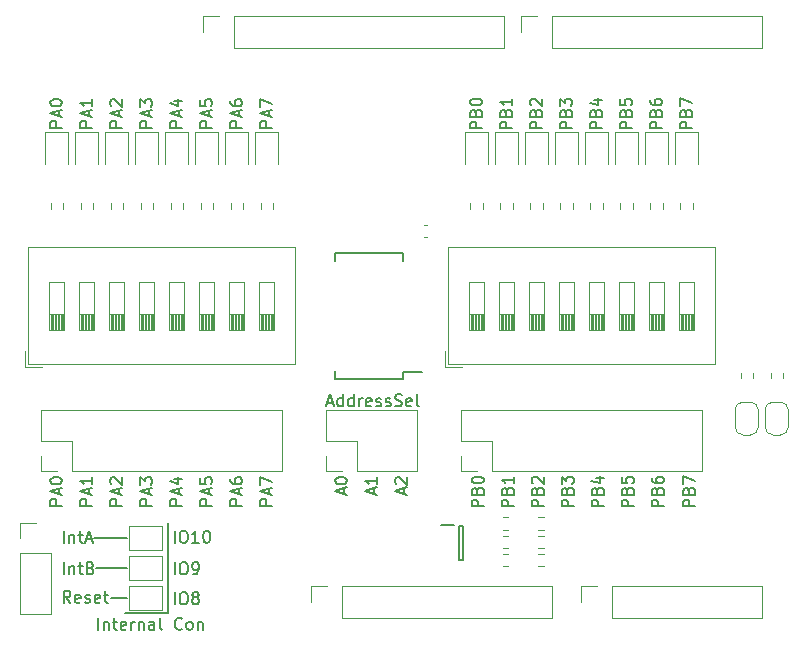
<source format=gbr>
%TF.GenerationSoftware,KiCad,Pcbnew,9.0.6*%
%TF.CreationDate,2026-01-18T16:02:07+09:00*%
%TF.ProjectId,mcp23017_testboard_arduino,6d637032-3330-4313-975f-74657374626f,rev?*%
%TF.SameCoordinates,Original*%
%TF.FileFunction,Legend,Top*%
%TF.FilePolarity,Positive*%
%FSLAX46Y46*%
G04 Gerber Fmt 4.6, Leading zero omitted, Abs format (unit mm)*
G04 Created by KiCad (PCBNEW 9.0.6) date 2026-01-18 16:02:07*
%MOMM*%
%LPD*%
G01*
G04 APERTURE LIST*
%ADD10C,0.150000*%
%ADD11C,0.120000*%
%ADD12C,0.200000*%
G04 APERTURE END LIST*
D10*
X108255000Y-92075000D02*
X111074400Y-92075000D01*
X110896600Y-98425000D02*
X114478000Y-98425000D01*
X114478000Y-98425000D02*
X114478000Y-90805000D01*
X108382000Y-94615000D02*
X111074400Y-94615000D01*
X109652000Y-97155000D02*
X111074400Y-97155000D01*
X146174819Y-57372094D02*
X145174819Y-57372094D01*
X145174819Y-57372094D02*
X145174819Y-56991142D01*
X145174819Y-56991142D02*
X145222438Y-56895904D01*
X145222438Y-56895904D02*
X145270057Y-56848285D01*
X145270057Y-56848285D02*
X145365295Y-56800666D01*
X145365295Y-56800666D02*
X145508152Y-56800666D01*
X145508152Y-56800666D02*
X145603390Y-56848285D01*
X145603390Y-56848285D02*
X145651009Y-56895904D01*
X145651009Y-56895904D02*
X145698628Y-56991142D01*
X145698628Y-56991142D02*
X145698628Y-57372094D01*
X145651009Y-56038761D02*
X145698628Y-55895904D01*
X145698628Y-55895904D02*
X145746247Y-55848285D01*
X145746247Y-55848285D02*
X145841485Y-55800666D01*
X145841485Y-55800666D02*
X145984342Y-55800666D01*
X145984342Y-55800666D02*
X146079580Y-55848285D01*
X146079580Y-55848285D02*
X146127200Y-55895904D01*
X146127200Y-55895904D02*
X146174819Y-55991142D01*
X146174819Y-55991142D02*
X146174819Y-56372094D01*
X146174819Y-56372094D02*
X145174819Y-56372094D01*
X145174819Y-56372094D02*
X145174819Y-56038761D01*
X145174819Y-56038761D02*
X145222438Y-55943523D01*
X145222438Y-55943523D02*
X145270057Y-55895904D01*
X145270057Y-55895904D02*
X145365295Y-55848285D01*
X145365295Y-55848285D02*
X145460533Y-55848285D01*
X145460533Y-55848285D02*
X145555771Y-55895904D01*
X145555771Y-55895904D02*
X145603390Y-55943523D01*
X145603390Y-55943523D02*
X145651009Y-56038761D01*
X145651009Y-56038761D02*
X145651009Y-56372094D01*
X145270057Y-55419713D02*
X145222438Y-55372094D01*
X145222438Y-55372094D02*
X145174819Y-55276856D01*
X145174819Y-55276856D02*
X145174819Y-55038761D01*
X145174819Y-55038761D02*
X145222438Y-54943523D01*
X145222438Y-54943523D02*
X145270057Y-54895904D01*
X145270057Y-54895904D02*
X145365295Y-54848285D01*
X145365295Y-54848285D02*
X145460533Y-54848285D01*
X145460533Y-54848285D02*
X145603390Y-54895904D01*
X145603390Y-54895904D02*
X146174819Y-55467332D01*
X146174819Y-55467332D02*
X146174819Y-54848285D01*
X143634819Y-57372094D02*
X142634819Y-57372094D01*
X142634819Y-57372094D02*
X142634819Y-56991142D01*
X142634819Y-56991142D02*
X142682438Y-56895904D01*
X142682438Y-56895904D02*
X142730057Y-56848285D01*
X142730057Y-56848285D02*
X142825295Y-56800666D01*
X142825295Y-56800666D02*
X142968152Y-56800666D01*
X142968152Y-56800666D02*
X143063390Y-56848285D01*
X143063390Y-56848285D02*
X143111009Y-56895904D01*
X143111009Y-56895904D02*
X143158628Y-56991142D01*
X143158628Y-56991142D02*
X143158628Y-57372094D01*
X143111009Y-56038761D02*
X143158628Y-55895904D01*
X143158628Y-55895904D02*
X143206247Y-55848285D01*
X143206247Y-55848285D02*
X143301485Y-55800666D01*
X143301485Y-55800666D02*
X143444342Y-55800666D01*
X143444342Y-55800666D02*
X143539580Y-55848285D01*
X143539580Y-55848285D02*
X143587200Y-55895904D01*
X143587200Y-55895904D02*
X143634819Y-55991142D01*
X143634819Y-55991142D02*
X143634819Y-56372094D01*
X143634819Y-56372094D02*
X142634819Y-56372094D01*
X142634819Y-56372094D02*
X142634819Y-56038761D01*
X142634819Y-56038761D02*
X142682438Y-55943523D01*
X142682438Y-55943523D02*
X142730057Y-55895904D01*
X142730057Y-55895904D02*
X142825295Y-55848285D01*
X142825295Y-55848285D02*
X142920533Y-55848285D01*
X142920533Y-55848285D02*
X143015771Y-55895904D01*
X143015771Y-55895904D02*
X143063390Y-55943523D01*
X143063390Y-55943523D02*
X143111009Y-56038761D01*
X143111009Y-56038761D02*
X143111009Y-56372094D01*
X143634819Y-54848285D02*
X143634819Y-55419713D01*
X143634819Y-55133999D02*
X142634819Y-55133999D01*
X142634819Y-55133999D02*
X142777676Y-55229237D01*
X142777676Y-55229237D02*
X142872914Y-55324475D01*
X142872914Y-55324475D02*
X142920533Y-55419713D01*
X143761819Y-89376094D02*
X142761819Y-89376094D01*
X142761819Y-89376094D02*
X142761819Y-88995142D01*
X142761819Y-88995142D02*
X142809438Y-88899904D01*
X142809438Y-88899904D02*
X142857057Y-88852285D01*
X142857057Y-88852285D02*
X142952295Y-88804666D01*
X142952295Y-88804666D02*
X143095152Y-88804666D01*
X143095152Y-88804666D02*
X143190390Y-88852285D01*
X143190390Y-88852285D02*
X143238009Y-88899904D01*
X143238009Y-88899904D02*
X143285628Y-88995142D01*
X143285628Y-88995142D02*
X143285628Y-89376094D01*
X143238009Y-88042761D02*
X143285628Y-87899904D01*
X143285628Y-87899904D02*
X143333247Y-87852285D01*
X143333247Y-87852285D02*
X143428485Y-87804666D01*
X143428485Y-87804666D02*
X143571342Y-87804666D01*
X143571342Y-87804666D02*
X143666580Y-87852285D01*
X143666580Y-87852285D02*
X143714200Y-87899904D01*
X143714200Y-87899904D02*
X143761819Y-87995142D01*
X143761819Y-87995142D02*
X143761819Y-88376094D01*
X143761819Y-88376094D02*
X142761819Y-88376094D01*
X142761819Y-88376094D02*
X142761819Y-88042761D01*
X142761819Y-88042761D02*
X142809438Y-87947523D01*
X142809438Y-87947523D02*
X142857057Y-87899904D01*
X142857057Y-87899904D02*
X142952295Y-87852285D01*
X142952295Y-87852285D02*
X143047533Y-87852285D01*
X143047533Y-87852285D02*
X143142771Y-87899904D01*
X143142771Y-87899904D02*
X143190390Y-87947523D01*
X143190390Y-87947523D02*
X143238009Y-88042761D01*
X143238009Y-88042761D02*
X143238009Y-88376094D01*
X143761819Y-86852285D02*
X143761819Y-87423713D01*
X143761819Y-87137999D02*
X142761819Y-87137999D01*
X142761819Y-87137999D02*
X142904676Y-87233237D01*
X142904676Y-87233237D02*
X142999914Y-87328475D01*
X142999914Y-87328475D02*
X143047533Y-87423713D01*
X129379104Y-88344285D02*
X129379104Y-87868095D01*
X129664819Y-88439523D02*
X128664819Y-88106190D01*
X128664819Y-88106190D02*
X129664819Y-87772857D01*
X128664819Y-87249047D02*
X128664819Y-87153809D01*
X128664819Y-87153809D02*
X128712438Y-87058571D01*
X128712438Y-87058571D02*
X128760057Y-87010952D01*
X128760057Y-87010952D02*
X128855295Y-86963333D01*
X128855295Y-86963333D02*
X129045771Y-86915714D01*
X129045771Y-86915714D02*
X129283866Y-86915714D01*
X129283866Y-86915714D02*
X129474342Y-86963333D01*
X129474342Y-86963333D02*
X129569580Y-87010952D01*
X129569580Y-87010952D02*
X129617200Y-87058571D01*
X129617200Y-87058571D02*
X129664819Y-87153809D01*
X129664819Y-87153809D02*
X129664819Y-87249047D01*
X129664819Y-87249047D02*
X129617200Y-87344285D01*
X129617200Y-87344285D02*
X129569580Y-87391904D01*
X129569580Y-87391904D02*
X129474342Y-87439523D01*
X129474342Y-87439523D02*
X129283866Y-87487142D01*
X129283866Y-87487142D02*
X129045771Y-87487142D01*
X129045771Y-87487142D02*
X128855295Y-87439523D01*
X128855295Y-87439523D02*
X128760057Y-87391904D01*
X128760057Y-87391904D02*
X128712438Y-87344285D01*
X128712438Y-87344285D02*
X128664819Y-87249047D01*
X153921819Y-89376094D02*
X152921819Y-89376094D01*
X152921819Y-89376094D02*
X152921819Y-88995142D01*
X152921819Y-88995142D02*
X152969438Y-88899904D01*
X152969438Y-88899904D02*
X153017057Y-88852285D01*
X153017057Y-88852285D02*
X153112295Y-88804666D01*
X153112295Y-88804666D02*
X153255152Y-88804666D01*
X153255152Y-88804666D02*
X153350390Y-88852285D01*
X153350390Y-88852285D02*
X153398009Y-88899904D01*
X153398009Y-88899904D02*
X153445628Y-88995142D01*
X153445628Y-88995142D02*
X153445628Y-89376094D01*
X153398009Y-88042761D02*
X153445628Y-87899904D01*
X153445628Y-87899904D02*
X153493247Y-87852285D01*
X153493247Y-87852285D02*
X153588485Y-87804666D01*
X153588485Y-87804666D02*
X153731342Y-87804666D01*
X153731342Y-87804666D02*
X153826580Y-87852285D01*
X153826580Y-87852285D02*
X153874200Y-87899904D01*
X153874200Y-87899904D02*
X153921819Y-87995142D01*
X153921819Y-87995142D02*
X153921819Y-88376094D01*
X153921819Y-88376094D02*
X152921819Y-88376094D01*
X152921819Y-88376094D02*
X152921819Y-88042761D01*
X152921819Y-88042761D02*
X152969438Y-87947523D01*
X152969438Y-87947523D02*
X153017057Y-87899904D01*
X153017057Y-87899904D02*
X153112295Y-87852285D01*
X153112295Y-87852285D02*
X153207533Y-87852285D01*
X153207533Y-87852285D02*
X153302771Y-87899904D01*
X153302771Y-87899904D02*
X153350390Y-87947523D01*
X153350390Y-87947523D02*
X153398009Y-88042761D01*
X153398009Y-88042761D02*
X153398009Y-88376094D01*
X152921819Y-86899904D02*
X152921819Y-87376094D01*
X152921819Y-87376094D02*
X153398009Y-87423713D01*
X153398009Y-87423713D02*
X153350390Y-87376094D01*
X153350390Y-87376094D02*
X153302771Y-87280856D01*
X153302771Y-87280856D02*
X153302771Y-87042761D01*
X153302771Y-87042761D02*
X153350390Y-86947523D01*
X153350390Y-86947523D02*
X153398009Y-86899904D01*
X153398009Y-86899904D02*
X153493247Y-86852285D01*
X153493247Y-86852285D02*
X153731342Y-86852285D01*
X153731342Y-86852285D02*
X153826580Y-86899904D01*
X153826580Y-86899904D02*
X153874200Y-86947523D01*
X153874200Y-86947523D02*
X153921819Y-87042761D01*
X153921819Y-87042761D02*
X153921819Y-87280856D01*
X153921819Y-87280856D02*
X153874200Y-87376094D01*
X153874200Y-87376094D02*
X153826580Y-87423713D01*
X127975160Y-80610104D02*
X128451350Y-80610104D01*
X127879922Y-80895819D02*
X128213255Y-79895819D01*
X128213255Y-79895819D02*
X128546588Y-80895819D01*
X129308493Y-80895819D02*
X129308493Y-79895819D01*
X129308493Y-80848200D02*
X129213255Y-80895819D01*
X129213255Y-80895819D02*
X129022779Y-80895819D01*
X129022779Y-80895819D02*
X128927541Y-80848200D01*
X128927541Y-80848200D02*
X128879922Y-80800580D01*
X128879922Y-80800580D02*
X128832303Y-80705342D01*
X128832303Y-80705342D02*
X128832303Y-80419628D01*
X128832303Y-80419628D02*
X128879922Y-80324390D01*
X128879922Y-80324390D02*
X128927541Y-80276771D01*
X128927541Y-80276771D02*
X129022779Y-80229152D01*
X129022779Y-80229152D02*
X129213255Y-80229152D01*
X129213255Y-80229152D02*
X129308493Y-80276771D01*
X130213255Y-80895819D02*
X130213255Y-79895819D01*
X130213255Y-80848200D02*
X130118017Y-80895819D01*
X130118017Y-80895819D02*
X129927541Y-80895819D01*
X129927541Y-80895819D02*
X129832303Y-80848200D01*
X129832303Y-80848200D02*
X129784684Y-80800580D01*
X129784684Y-80800580D02*
X129737065Y-80705342D01*
X129737065Y-80705342D02*
X129737065Y-80419628D01*
X129737065Y-80419628D02*
X129784684Y-80324390D01*
X129784684Y-80324390D02*
X129832303Y-80276771D01*
X129832303Y-80276771D02*
X129927541Y-80229152D01*
X129927541Y-80229152D02*
X130118017Y-80229152D01*
X130118017Y-80229152D02*
X130213255Y-80276771D01*
X130689446Y-80895819D02*
X130689446Y-80229152D01*
X130689446Y-80419628D02*
X130737065Y-80324390D01*
X130737065Y-80324390D02*
X130784684Y-80276771D01*
X130784684Y-80276771D02*
X130879922Y-80229152D01*
X130879922Y-80229152D02*
X130975160Y-80229152D01*
X131689446Y-80848200D02*
X131594208Y-80895819D01*
X131594208Y-80895819D02*
X131403732Y-80895819D01*
X131403732Y-80895819D02*
X131308494Y-80848200D01*
X131308494Y-80848200D02*
X131260875Y-80752961D01*
X131260875Y-80752961D02*
X131260875Y-80372009D01*
X131260875Y-80372009D02*
X131308494Y-80276771D01*
X131308494Y-80276771D02*
X131403732Y-80229152D01*
X131403732Y-80229152D02*
X131594208Y-80229152D01*
X131594208Y-80229152D02*
X131689446Y-80276771D01*
X131689446Y-80276771D02*
X131737065Y-80372009D01*
X131737065Y-80372009D02*
X131737065Y-80467247D01*
X131737065Y-80467247D02*
X131260875Y-80562485D01*
X132118018Y-80848200D02*
X132213256Y-80895819D01*
X132213256Y-80895819D02*
X132403732Y-80895819D01*
X132403732Y-80895819D02*
X132498970Y-80848200D01*
X132498970Y-80848200D02*
X132546589Y-80752961D01*
X132546589Y-80752961D02*
X132546589Y-80705342D01*
X132546589Y-80705342D02*
X132498970Y-80610104D01*
X132498970Y-80610104D02*
X132403732Y-80562485D01*
X132403732Y-80562485D02*
X132260875Y-80562485D01*
X132260875Y-80562485D02*
X132165637Y-80514866D01*
X132165637Y-80514866D02*
X132118018Y-80419628D01*
X132118018Y-80419628D02*
X132118018Y-80372009D01*
X132118018Y-80372009D02*
X132165637Y-80276771D01*
X132165637Y-80276771D02*
X132260875Y-80229152D01*
X132260875Y-80229152D02*
X132403732Y-80229152D01*
X132403732Y-80229152D02*
X132498970Y-80276771D01*
X132927542Y-80848200D02*
X133022780Y-80895819D01*
X133022780Y-80895819D02*
X133213256Y-80895819D01*
X133213256Y-80895819D02*
X133308494Y-80848200D01*
X133308494Y-80848200D02*
X133356113Y-80752961D01*
X133356113Y-80752961D02*
X133356113Y-80705342D01*
X133356113Y-80705342D02*
X133308494Y-80610104D01*
X133308494Y-80610104D02*
X133213256Y-80562485D01*
X133213256Y-80562485D02*
X133070399Y-80562485D01*
X133070399Y-80562485D02*
X132975161Y-80514866D01*
X132975161Y-80514866D02*
X132927542Y-80419628D01*
X132927542Y-80419628D02*
X132927542Y-80372009D01*
X132927542Y-80372009D02*
X132975161Y-80276771D01*
X132975161Y-80276771D02*
X133070399Y-80229152D01*
X133070399Y-80229152D02*
X133213256Y-80229152D01*
X133213256Y-80229152D02*
X133308494Y-80276771D01*
X133737066Y-80848200D02*
X133879923Y-80895819D01*
X133879923Y-80895819D02*
X134118018Y-80895819D01*
X134118018Y-80895819D02*
X134213256Y-80848200D01*
X134213256Y-80848200D02*
X134260875Y-80800580D01*
X134260875Y-80800580D02*
X134308494Y-80705342D01*
X134308494Y-80705342D02*
X134308494Y-80610104D01*
X134308494Y-80610104D02*
X134260875Y-80514866D01*
X134260875Y-80514866D02*
X134213256Y-80467247D01*
X134213256Y-80467247D02*
X134118018Y-80419628D01*
X134118018Y-80419628D02*
X133927542Y-80372009D01*
X133927542Y-80372009D02*
X133832304Y-80324390D01*
X133832304Y-80324390D02*
X133784685Y-80276771D01*
X133784685Y-80276771D02*
X133737066Y-80181533D01*
X133737066Y-80181533D02*
X133737066Y-80086295D01*
X133737066Y-80086295D02*
X133784685Y-79991057D01*
X133784685Y-79991057D02*
X133832304Y-79943438D01*
X133832304Y-79943438D02*
X133927542Y-79895819D01*
X133927542Y-79895819D02*
X134165637Y-79895819D01*
X134165637Y-79895819D02*
X134308494Y-79943438D01*
X135118018Y-80848200D02*
X135022780Y-80895819D01*
X135022780Y-80895819D02*
X134832304Y-80895819D01*
X134832304Y-80895819D02*
X134737066Y-80848200D01*
X134737066Y-80848200D02*
X134689447Y-80752961D01*
X134689447Y-80752961D02*
X134689447Y-80372009D01*
X134689447Y-80372009D02*
X134737066Y-80276771D01*
X134737066Y-80276771D02*
X134832304Y-80229152D01*
X134832304Y-80229152D02*
X135022780Y-80229152D01*
X135022780Y-80229152D02*
X135118018Y-80276771D01*
X135118018Y-80276771D02*
X135165637Y-80372009D01*
X135165637Y-80372009D02*
X135165637Y-80467247D01*
X135165637Y-80467247D02*
X134689447Y-80562485D01*
X135737066Y-80895819D02*
X135641828Y-80848200D01*
X135641828Y-80848200D02*
X135594209Y-80752961D01*
X135594209Y-80752961D02*
X135594209Y-79895819D01*
X146301819Y-89376094D02*
X145301819Y-89376094D01*
X145301819Y-89376094D02*
X145301819Y-88995142D01*
X145301819Y-88995142D02*
X145349438Y-88899904D01*
X145349438Y-88899904D02*
X145397057Y-88852285D01*
X145397057Y-88852285D02*
X145492295Y-88804666D01*
X145492295Y-88804666D02*
X145635152Y-88804666D01*
X145635152Y-88804666D02*
X145730390Y-88852285D01*
X145730390Y-88852285D02*
X145778009Y-88899904D01*
X145778009Y-88899904D02*
X145825628Y-88995142D01*
X145825628Y-88995142D02*
X145825628Y-89376094D01*
X145778009Y-88042761D02*
X145825628Y-87899904D01*
X145825628Y-87899904D02*
X145873247Y-87852285D01*
X145873247Y-87852285D02*
X145968485Y-87804666D01*
X145968485Y-87804666D02*
X146111342Y-87804666D01*
X146111342Y-87804666D02*
X146206580Y-87852285D01*
X146206580Y-87852285D02*
X146254200Y-87899904D01*
X146254200Y-87899904D02*
X146301819Y-87995142D01*
X146301819Y-87995142D02*
X146301819Y-88376094D01*
X146301819Y-88376094D02*
X145301819Y-88376094D01*
X145301819Y-88376094D02*
X145301819Y-88042761D01*
X145301819Y-88042761D02*
X145349438Y-87947523D01*
X145349438Y-87947523D02*
X145397057Y-87899904D01*
X145397057Y-87899904D02*
X145492295Y-87852285D01*
X145492295Y-87852285D02*
X145587533Y-87852285D01*
X145587533Y-87852285D02*
X145682771Y-87899904D01*
X145682771Y-87899904D02*
X145730390Y-87947523D01*
X145730390Y-87947523D02*
X145778009Y-88042761D01*
X145778009Y-88042761D02*
X145778009Y-88376094D01*
X145397057Y-87423713D02*
X145349438Y-87376094D01*
X145349438Y-87376094D02*
X145301819Y-87280856D01*
X145301819Y-87280856D02*
X145301819Y-87042761D01*
X145301819Y-87042761D02*
X145349438Y-86947523D01*
X145349438Y-86947523D02*
X145397057Y-86899904D01*
X145397057Y-86899904D02*
X145492295Y-86852285D01*
X145492295Y-86852285D02*
X145587533Y-86852285D01*
X145587533Y-86852285D02*
X145730390Y-86899904D01*
X145730390Y-86899904D02*
X146301819Y-87471332D01*
X146301819Y-87471332D02*
X146301819Y-86852285D01*
X158874819Y-57372094D02*
X157874819Y-57372094D01*
X157874819Y-57372094D02*
X157874819Y-56991142D01*
X157874819Y-56991142D02*
X157922438Y-56895904D01*
X157922438Y-56895904D02*
X157970057Y-56848285D01*
X157970057Y-56848285D02*
X158065295Y-56800666D01*
X158065295Y-56800666D02*
X158208152Y-56800666D01*
X158208152Y-56800666D02*
X158303390Y-56848285D01*
X158303390Y-56848285D02*
X158351009Y-56895904D01*
X158351009Y-56895904D02*
X158398628Y-56991142D01*
X158398628Y-56991142D02*
X158398628Y-57372094D01*
X158351009Y-56038761D02*
X158398628Y-55895904D01*
X158398628Y-55895904D02*
X158446247Y-55848285D01*
X158446247Y-55848285D02*
X158541485Y-55800666D01*
X158541485Y-55800666D02*
X158684342Y-55800666D01*
X158684342Y-55800666D02*
X158779580Y-55848285D01*
X158779580Y-55848285D02*
X158827200Y-55895904D01*
X158827200Y-55895904D02*
X158874819Y-55991142D01*
X158874819Y-55991142D02*
X158874819Y-56372094D01*
X158874819Y-56372094D02*
X157874819Y-56372094D01*
X157874819Y-56372094D02*
X157874819Y-56038761D01*
X157874819Y-56038761D02*
X157922438Y-55943523D01*
X157922438Y-55943523D02*
X157970057Y-55895904D01*
X157970057Y-55895904D02*
X158065295Y-55848285D01*
X158065295Y-55848285D02*
X158160533Y-55848285D01*
X158160533Y-55848285D02*
X158255771Y-55895904D01*
X158255771Y-55895904D02*
X158303390Y-55943523D01*
X158303390Y-55943523D02*
X158351009Y-56038761D01*
X158351009Y-56038761D02*
X158351009Y-56372094D01*
X157874819Y-55467332D02*
X157874819Y-54800666D01*
X157874819Y-54800666D02*
X158874819Y-55229237D01*
X105534819Y-89304666D02*
X104534819Y-89304666D01*
X104534819Y-89304666D02*
X104534819Y-88923714D01*
X104534819Y-88923714D02*
X104582438Y-88828476D01*
X104582438Y-88828476D02*
X104630057Y-88780857D01*
X104630057Y-88780857D02*
X104725295Y-88733238D01*
X104725295Y-88733238D02*
X104868152Y-88733238D01*
X104868152Y-88733238D02*
X104963390Y-88780857D01*
X104963390Y-88780857D02*
X105011009Y-88828476D01*
X105011009Y-88828476D02*
X105058628Y-88923714D01*
X105058628Y-88923714D02*
X105058628Y-89304666D01*
X105249104Y-88352285D02*
X105249104Y-87876095D01*
X105534819Y-88447523D02*
X104534819Y-88114190D01*
X104534819Y-88114190D02*
X105534819Y-87780857D01*
X104534819Y-87257047D02*
X104534819Y-87161809D01*
X104534819Y-87161809D02*
X104582438Y-87066571D01*
X104582438Y-87066571D02*
X104630057Y-87018952D01*
X104630057Y-87018952D02*
X104725295Y-86971333D01*
X104725295Y-86971333D02*
X104915771Y-86923714D01*
X104915771Y-86923714D02*
X105153866Y-86923714D01*
X105153866Y-86923714D02*
X105344342Y-86971333D01*
X105344342Y-86971333D02*
X105439580Y-87018952D01*
X105439580Y-87018952D02*
X105487200Y-87066571D01*
X105487200Y-87066571D02*
X105534819Y-87161809D01*
X105534819Y-87161809D02*
X105534819Y-87257047D01*
X105534819Y-87257047D02*
X105487200Y-87352285D01*
X105487200Y-87352285D02*
X105439580Y-87399904D01*
X105439580Y-87399904D02*
X105344342Y-87447523D01*
X105344342Y-87447523D02*
X105153866Y-87495142D01*
X105153866Y-87495142D02*
X104915771Y-87495142D01*
X104915771Y-87495142D02*
X104725295Y-87447523D01*
X104725295Y-87447523D02*
X104630057Y-87399904D01*
X104630057Y-87399904D02*
X104582438Y-87352285D01*
X104582438Y-87352285D02*
X104534819Y-87257047D01*
X151254819Y-57372094D02*
X150254819Y-57372094D01*
X150254819Y-57372094D02*
X150254819Y-56991142D01*
X150254819Y-56991142D02*
X150302438Y-56895904D01*
X150302438Y-56895904D02*
X150350057Y-56848285D01*
X150350057Y-56848285D02*
X150445295Y-56800666D01*
X150445295Y-56800666D02*
X150588152Y-56800666D01*
X150588152Y-56800666D02*
X150683390Y-56848285D01*
X150683390Y-56848285D02*
X150731009Y-56895904D01*
X150731009Y-56895904D02*
X150778628Y-56991142D01*
X150778628Y-56991142D02*
X150778628Y-57372094D01*
X150731009Y-56038761D02*
X150778628Y-55895904D01*
X150778628Y-55895904D02*
X150826247Y-55848285D01*
X150826247Y-55848285D02*
X150921485Y-55800666D01*
X150921485Y-55800666D02*
X151064342Y-55800666D01*
X151064342Y-55800666D02*
X151159580Y-55848285D01*
X151159580Y-55848285D02*
X151207200Y-55895904D01*
X151207200Y-55895904D02*
X151254819Y-55991142D01*
X151254819Y-55991142D02*
X151254819Y-56372094D01*
X151254819Y-56372094D02*
X150254819Y-56372094D01*
X150254819Y-56372094D02*
X150254819Y-56038761D01*
X150254819Y-56038761D02*
X150302438Y-55943523D01*
X150302438Y-55943523D02*
X150350057Y-55895904D01*
X150350057Y-55895904D02*
X150445295Y-55848285D01*
X150445295Y-55848285D02*
X150540533Y-55848285D01*
X150540533Y-55848285D02*
X150635771Y-55895904D01*
X150635771Y-55895904D02*
X150683390Y-55943523D01*
X150683390Y-55943523D02*
X150731009Y-56038761D01*
X150731009Y-56038761D02*
X150731009Y-56372094D01*
X150588152Y-54943523D02*
X151254819Y-54943523D01*
X150207200Y-55181618D02*
X150921485Y-55419713D01*
X150921485Y-55419713D02*
X150921485Y-54800666D01*
X118234819Y-57300666D02*
X117234819Y-57300666D01*
X117234819Y-57300666D02*
X117234819Y-56919714D01*
X117234819Y-56919714D02*
X117282438Y-56824476D01*
X117282438Y-56824476D02*
X117330057Y-56776857D01*
X117330057Y-56776857D02*
X117425295Y-56729238D01*
X117425295Y-56729238D02*
X117568152Y-56729238D01*
X117568152Y-56729238D02*
X117663390Y-56776857D01*
X117663390Y-56776857D02*
X117711009Y-56824476D01*
X117711009Y-56824476D02*
X117758628Y-56919714D01*
X117758628Y-56919714D02*
X117758628Y-57300666D01*
X117949104Y-56348285D02*
X117949104Y-55872095D01*
X118234819Y-56443523D02*
X117234819Y-56110190D01*
X117234819Y-56110190D02*
X118234819Y-55776857D01*
X117234819Y-54967333D02*
X117234819Y-55443523D01*
X117234819Y-55443523D02*
X117711009Y-55491142D01*
X117711009Y-55491142D02*
X117663390Y-55443523D01*
X117663390Y-55443523D02*
X117615771Y-55348285D01*
X117615771Y-55348285D02*
X117615771Y-55110190D01*
X117615771Y-55110190D02*
X117663390Y-55014952D01*
X117663390Y-55014952D02*
X117711009Y-54967333D01*
X117711009Y-54967333D02*
X117806247Y-54919714D01*
X117806247Y-54919714D02*
X118044342Y-54919714D01*
X118044342Y-54919714D02*
X118139580Y-54967333D01*
X118139580Y-54967333D02*
X118187200Y-55014952D01*
X118187200Y-55014952D02*
X118234819Y-55110190D01*
X118234819Y-55110190D02*
X118234819Y-55348285D01*
X118234819Y-55348285D02*
X118187200Y-55443523D01*
X118187200Y-55443523D02*
X118139580Y-55491142D01*
X141221819Y-89376094D02*
X140221819Y-89376094D01*
X140221819Y-89376094D02*
X140221819Y-88995142D01*
X140221819Y-88995142D02*
X140269438Y-88899904D01*
X140269438Y-88899904D02*
X140317057Y-88852285D01*
X140317057Y-88852285D02*
X140412295Y-88804666D01*
X140412295Y-88804666D02*
X140555152Y-88804666D01*
X140555152Y-88804666D02*
X140650390Y-88852285D01*
X140650390Y-88852285D02*
X140698009Y-88899904D01*
X140698009Y-88899904D02*
X140745628Y-88995142D01*
X140745628Y-88995142D02*
X140745628Y-89376094D01*
X140698009Y-88042761D02*
X140745628Y-87899904D01*
X140745628Y-87899904D02*
X140793247Y-87852285D01*
X140793247Y-87852285D02*
X140888485Y-87804666D01*
X140888485Y-87804666D02*
X141031342Y-87804666D01*
X141031342Y-87804666D02*
X141126580Y-87852285D01*
X141126580Y-87852285D02*
X141174200Y-87899904D01*
X141174200Y-87899904D02*
X141221819Y-87995142D01*
X141221819Y-87995142D02*
X141221819Y-88376094D01*
X141221819Y-88376094D02*
X140221819Y-88376094D01*
X140221819Y-88376094D02*
X140221819Y-88042761D01*
X140221819Y-88042761D02*
X140269438Y-87947523D01*
X140269438Y-87947523D02*
X140317057Y-87899904D01*
X140317057Y-87899904D02*
X140412295Y-87852285D01*
X140412295Y-87852285D02*
X140507533Y-87852285D01*
X140507533Y-87852285D02*
X140602771Y-87899904D01*
X140602771Y-87899904D02*
X140650390Y-87947523D01*
X140650390Y-87947523D02*
X140698009Y-88042761D01*
X140698009Y-88042761D02*
X140698009Y-88376094D01*
X140221819Y-87185618D02*
X140221819Y-87090380D01*
X140221819Y-87090380D02*
X140269438Y-86995142D01*
X140269438Y-86995142D02*
X140317057Y-86947523D01*
X140317057Y-86947523D02*
X140412295Y-86899904D01*
X140412295Y-86899904D02*
X140602771Y-86852285D01*
X140602771Y-86852285D02*
X140840866Y-86852285D01*
X140840866Y-86852285D02*
X141031342Y-86899904D01*
X141031342Y-86899904D02*
X141126580Y-86947523D01*
X141126580Y-86947523D02*
X141174200Y-86995142D01*
X141174200Y-86995142D02*
X141221819Y-87090380D01*
X141221819Y-87090380D02*
X141221819Y-87185618D01*
X141221819Y-87185618D02*
X141174200Y-87280856D01*
X141174200Y-87280856D02*
X141126580Y-87328475D01*
X141126580Y-87328475D02*
X141031342Y-87376094D01*
X141031342Y-87376094D02*
X140840866Y-87423713D01*
X140840866Y-87423713D02*
X140602771Y-87423713D01*
X140602771Y-87423713D02*
X140412295Y-87376094D01*
X140412295Y-87376094D02*
X140317057Y-87328475D01*
X140317057Y-87328475D02*
X140269438Y-87280856D01*
X140269438Y-87280856D02*
X140221819Y-87185618D01*
X115694819Y-89304666D02*
X114694819Y-89304666D01*
X114694819Y-89304666D02*
X114694819Y-88923714D01*
X114694819Y-88923714D02*
X114742438Y-88828476D01*
X114742438Y-88828476D02*
X114790057Y-88780857D01*
X114790057Y-88780857D02*
X114885295Y-88733238D01*
X114885295Y-88733238D02*
X115028152Y-88733238D01*
X115028152Y-88733238D02*
X115123390Y-88780857D01*
X115123390Y-88780857D02*
X115171009Y-88828476D01*
X115171009Y-88828476D02*
X115218628Y-88923714D01*
X115218628Y-88923714D02*
X115218628Y-89304666D01*
X115409104Y-88352285D02*
X115409104Y-87876095D01*
X115694819Y-88447523D02*
X114694819Y-88114190D01*
X114694819Y-88114190D02*
X115694819Y-87780857D01*
X115028152Y-87018952D02*
X115694819Y-87018952D01*
X114647200Y-87257047D02*
X115361485Y-87495142D01*
X115361485Y-87495142D02*
X115361485Y-86876095D01*
X131919104Y-88344285D02*
X131919104Y-87868095D01*
X132204819Y-88439523D02*
X131204819Y-88106190D01*
X131204819Y-88106190D02*
X132204819Y-87772857D01*
X132204819Y-86915714D02*
X132204819Y-87487142D01*
X132204819Y-87201428D02*
X131204819Y-87201428D01*
X131204819Y-87201428D02*
X131347676Y-87296666D01*
X131347676Y-87296666D02*
X131442914Y-87391904D01*
X131442914Y-87391904D02*
X131490533Y-87487142D01*
X159128819Y-89376094D02*
X158128819Y-89376094D01*
X158128819Y-89376094D02*
X158128819Y-88995142D01*
X158128819Y-88995142D02*
X158176438Y-88899904D01*
X158176438Y-88899904D02*
X158224057Y-88852285D01*
X158224057Y-88852285D02*
X158319295Y-88804666D01*
X158319295Y-88804666D02*
X158462152Y-88804666D01*
X158462152Y-88804666D02*
X158557390Y-88852285D01*
X158557390Y-88852285D02*
X158605009Y-88899904D01*
X158605009Y-88899904D02*
X158652628Y-88995142D01*
X158652628Y-88995142D02*
X158652628Y-89376094D01*
X158605009Y-88042761D02*
X158652628Y-87899904D01*
X158652628Y-87899904D02*
X158700247Y-87852285D01*
X158700247Y-87852285D02*
X158795485Y-87804666D01*
X158795485Y-87804666D02*
X158938342Y-87804666D01*
X158938342Y-87804666D02*
X159033580Y-87852285D01*
X159033580Y-87852285D02*
X159081200Y-87899904D01*
X159081200Y-87899904D02*
X159128819Y-87995142D01*
X159128819Y-87995142D02*
X159128819Y-88376094D01*
X159128819Y-88376094D02*
X158128819Y-88376094D01*
X158128819Y-88376094D02*
X158128819Y-88042761D01*
X158128819Y-88042761D02*
X158176438Y-87947523D01*
X158176438Y-87947523D02*
X158224057Y-87899904D01*
X158224057Y-87899904D02*
X158319295Y-87852285D01*
X158319295Y-87852285D02*
X158414533Y-87852285D01*
X158414533Y-87852285D02*
X158509771Y-87899904D01*
X158509771Y-87899904D02*
X158557390Y-87947523D01*
X158557390Y-87947523D02*
X158605009Y-88042761D01*
X158605009Y-88042761D02*
X158605009Y-88376094D01*
X158128819Y-87471332D02*
X158128819Y-86804666D01*
X158128819Y-86804666D02*
X159128819Y-87233237D01*
X113154819Y-57300666D02*
X112154819Y-57300666D01*
X112154819Y-57300666D02*
X112154819Y-56919714D01*
X112154819Y-56919714D02*
X112202438Y-56824476D01*
X112202438Y-56824476D02*
X112250057Y-56776857D01*
X112250057Y-56776857D02*
X112345295Y-56729238D01*
X112345295Y-56729238D02*
X112488152Y-56729238D01*
X112488152Y-56729238D02*
X112583390Y-56776857D01*
X112583390Y-56776857D02*
X112631009Y-56824476D01*
X112631009Y-56824476D02*
X112678628Y-56919714D01*
X112678628Y-56919714D02*
X112678628Y-57300666D01*
X112869104Y-56348285D02*
X112869104Y-55872095D01*
X113154819Y-56443523D02*
X112154819Y-56110190D01*
X112154819Y-56110190D02*
X113154819Y-55776857D01*
X112154819Y-55538761D02*
X112154819Y-54919714D01*
X112154819Y-54919714D02*
X112535771Y-55253047D01*
X112535771Y-55253047D02*
X112535771Y-55110190D01*
X112535771Y-55110190D02*
X112583390Y-55014952D01*
X112583390Y-55014952D02*
X112631009Y-54967333D01*
X112631009Y-54967333D02*
X112726247Y-54919714D01*
X112726247Y-54919714D02*
X112964342Y-54919714D01*
X112964342Y-54919714D02*
X113059580Y-54967333D01*
X113059580Y-54967333D02*
X113107200Y-55014952D01*
X113107200Y-55014952D02*
X113154819Y-55110190D01*
X113154819Y-55110190D02*
X113154819Y-55395904D01*
X113154819Y-55395904D02*
X113107200Y-55491142D01*
X113107200Y-55491142D02*
X113059580Y-55538761D01*
X151381819Y-89376094D02*
X150381819Y-89376094D01*
X150381819Y-89376094D02*
X150381819Y-88995142D01*
X150381819Y-88995142D02*
X150429438Y-88899904D01*
X150429438Y-88899904D02*
X150477057Y-88852285D01*
X150477057Y-88852285D02*
X150572295Y-88804666D01*
X150572295Y-88804666D02*
X150715152Y-88804666D01*
X150715152Y-88804666D02*
X150810390Y-88852285D01*
X150810390Y-88852285D02*
X150858009Y-88899904D01*
X150858009Y-88899904D02*
X150905628Y-88995142D01*
X150905628Y-88995142D02*
X150905628Y-89376094D01*
X150858009Y-88042761D02*
X150905628Y-87899904D01*
X150905628Y-87899904D02*
X150953247Y-87852285D01*
X150953247Y-87852285D02*
X151048485Y-87804666D01*
X151048485Y-87804666D02*
X151191342Y-87804666D01*
X151191342Y-87804666D02*
X151286580Y-87852285D01*
X151286580Y-87852285D02*
X151334200Y-87899904D01*
X151334200Y-87899904D02*
X151381819Y-87995142D01*
X151381819Y-87995142D02*
X151381819Y-88376094D01*
X151381819Y-88376094D02*
X150381819Y-88376094D01*
X150381819Y-88376094D02*
X150381819Y-88042761D01*
X150381819Y-88042761D02*
X150429438Y-87947523D01*
X150429438Y-87947523D02*
X150477057Y-87899904D01*
X150477057Y-87899904D02*
X150572295Y-87852285D01*
X150572295Y-87852285D02*
X150667533Y-87852285D01*
X150667533Y-87852285D02*
X150762771Y-87899904D01*
X150762771Y-87899904D02*
X150810390Y-87947523D01*
X150810390Y-87947523D02*
X150858009Y-88042761D01*
X150858009Y-88042761D02*
X150858009Y-88376094D01*
X150715152Y-86947523D02*
X151381819Y-86947523D01*
X150334200Y-87185618D02*
X151048485Y-87423713D01*
X151048485Y-87423713D02*
X151048485Y-86804666D01*
X118234819Y-89304666D02*
X117234819Y-89304666D01*
X117234819Y-89304666D02*
X117234819Y-88923714D01*
X117234819Y-88923714D02*
X117282438Y-88828476D01*
X117282438Y-88828476D02*
X117330057Y-88780857D01*
X117330057Y-88780857D02*
X117425295Y-88733238D01*
X117425295Y-88733238D02*
X117568152Y-88733238D01*
X117568152Y-88733238D02*
X117663390Y-88780857D01*
X117663390Y-88780857D02*
X117711009Y-88828476D01*
X117711009Y-88828476D02*
X117758628Y-88923714D01*
X117758628Y-88923714D02*
X117758628Y-89304666D01*
X117949104Y-88352285D02*
X117949104Y-87876095D01*
X118234819Y-88447523D02*
X117234819Y-88114190D01*
X117234819Y-88114190D02*
X118234819Y-87780857D01*
X117234819Y-86971333D02*
X117234819Y-87447523D01*
X117234819Y-87447523D02*
X117711009Y-87495142D01*
X117711009Y-87495142D02*
X117663390Y-87447523D01*
X117663390Y-87447523D02*
X117615771Y-87352285D01*
X117615771Y-87352285D02*
X117615771Y-87114190D01*
X117615771Y-87114190D02*
X117663390Y-87018952D01*
X117663390Y-87018952D02*
X117711009Y-86971333D01*
X117711009Y-86971333D02*
X117806247Y-86923714D01*
X117806247Y-86923714D02*
X118044342Y-86923714D01*
X118044342Y-86923714D02*
X118139580Y-86971333D01*
X118139580Y-86971333D02*
X118187200Y-87018952D01*
X118187200Y-87018952D02*
X118234819Y-87114190D01*
X118234819Y-87114190D02*
X118234819Y-87352285D01*
X118234819Y-87352285D02*
X118187200Y-87447523D01*
X118187200Y-87447523D02*
X118139580Y-87495142D01*
X134459104Y-88344285D02*
X134459104Y-87868095D01*
X134744819Y-88439523D02*
X133744819Y-88106190D01*
X133744819Y-88106190D02*
X134744819Y-87772857D01*
X133840057Y-87487142D02*
X133792438Y-87439523D01*
X133792438Y-87439523D02*
X133744819Y-87344285D01*
X133744819Y-87344285D02*
X133744819Y-87106190D01*
X133744819Y-87106190D02*
X133792438Y-87010952D01*
X133792438Y-87010952D02*
X133840057Y-86963333D01*
X133840057Y-86963333D02*
X133935295Y-86915714D01*
X133935295Y-86915714D02*
X134030533Y-86915714D01*
X134030533Y-86915714D02*
X134173390Y-86963333D01*
X134173390Y-86963333D02*
X134744819Y-87534761D01*
X134744819Y-87534761D02*
X134744819Y-86915714D01*
X115068779Y-97659819D02*
X115068779Y-96659819D01*
X115735445Y-96659819D02*
X115925921Y-96659819D01*
X115925921Y-96659819D02*
X116021159Y-96707438D01*
X116021159Y-96707438D02*
X116116397Y-96802676D01*
X116116397Y-96802676D02*
X116164016Y-96993152D01*
X116164016Y-96993152D02*
X116164016Y-97326485D01*
X116164016Y-97326485D02*
X116116397Y-97516961D01*
X116116397Y-97516961D02*
X116021159Y-97612200D01*
X116021159Y-97612200D02*
X115925921Y-97659819D01*
X115925921Y-97659819D02*
X115735445Y-97659819D01*
X115735445Y-97659819D02*
X115640207Y-97612200D01*
X115640207Y-97612200D02*
X115544969Y-97516961D01*
X115544969Y-97516961D02*
X115497350Y-97326485D01*
X115497350Y-97326485D02*
X115497350Y-96993152D01*
X115497350Y-96993152D02*
X115544969Y-96802676D01*
X115544969Y-96802676D02*
X115640207Y-96707438D01*
X115640207Y-96707438D02*
X115735445Y-96659819D01*
X116735445Y-97088390D02*
X116640207Y-97040771D01*
X116640207Y-97040771D02*
X116592588Y-96993152D01*
X116592588Y-96993152D02*
X116544969Y-96897914D01*
X116544969Y-96897914D02*
X116544969Y-96850295D01*
X116544969Y-96850295D02*
X116592588Y-96755057D01*
X116592588Y-96755057D02*
X116640207Y-96707438D01*
X116640207Y-96707438D02*
X116735445Y-96659819D01*
X116735445Y-96659819D02*
X116925921Y-96659819D01*
X116925921Y-96659819D02*
X117021159Y-96707438D01*
X117021159Y-96707438D02*
X117068778Y-96755057D01*
X117068778Y-96755057D02*
X117116397Y-96850295D01*
X117116397Y-96850295D02*
X117116397Y-96897914D01*
X117116397Y-96897914D02*
X117068778Y-96993152D01*
X117068778Y-96993152D02*
X117021159Y-97040771D01*
X117021159Y-97040771D02*
X116925921Y-97088390D01*
X116925921Y-97088390D02*
X116735445Y-97088390D01*
X116735445Y-97088390D02*
X116640207Y-97136009D01*
X116640207Y-97136009D02*
X116592588Y-97183628D01*
X116592588Y-97183628D02*
X116544969Y-97278866D01*
X116544969Y-97278866D02*
X116544969Y-97469342D01*
X116544969Y-97469342D02*
X116592588Y-97564580D01*
X116592588Y-97564580D02*
X116640207Y-97612200D01*
X116640207Y-97612200D02*
X116735445Y-97659819D01*
X116735445Y-97659819D02*
X116925921Y-97659819D01*
X116925921Y-97659819D02*
X117021159Y-97612200D01*
X117021159Y-97612200D02*
X117068778Y-97564580D01*
X117068778Y-97564580D02*
X117116397Y-97469342D01*
X117116397Y-97469342D02*
X117116397Y-97278866D01*
X117116397Y-97278866D02*
X117068778Y-97183628D01*
X117068778Y-97183628D02*
X117021159Y-97136009D01*
X117021159Y-97136009D02*
X116925921Y-97088390D01*
X148714819Y-57372094D02*
X147714819Y-57372094D01*
X147714819Y-57372094D02*
X147714819Y-56991142D01*
X147714819Y-56991142D02*
X147762438Y-56895904D01*
X147762438Y-56895904D02*
X147810057Y-56848285D01*
X147810057Y-56848285D02*
X147905295Y-56800666D01*
X147905295Y-56800666D02*
X148048152Y-56800666D01*
X148048152Y-56800666D02*
X148143390Y-56848285D01*
X148143390Y-56848285D02*
X148191009Y-56895904D01*
X148191009Y-56895904D02*
X148238628Y-56991142D01*
X148238628Y-56991142D02*
X148238628Y-57372094D01*
X148191009Y-56038761D02*
X148238628Y-55895904D01*
X148238628Y-55895904D02*
X148286247Y-55848285D01*
X148286247Y-55848285D02*
X148381485Y-55800666D01*
X148381485Y-55800666D02*
X148524342Y-55800666D01*
X148524342Y-55800666D02*
X148619580Y-55848285D01*
X148619580Y-55848285D02*
X148667200Y-55895904D01*
X148667200Y-55895904D02*
X148714819Y-55991142D01*
X148714819Y-55991142D02*
X148714819Y-56372094D01*
X148714819Y-56372094D02*
X147714819Y-56372094D01*
X147714819Y-56372094D02*
X147714819Y-56038761D01*
X147714819Y-56038761D02*
X147762438Y-55943523D01*
X147762438Y-55943523D02*
X147810057Y-55895904D01*
X147810057Y-55895904D02*
X147905295Y-55848285D01*
X147905295Y-55848285D02*
X148000533Y-55848285D01*
X148000533Y-55848285D02*
X148095771Y-55895904D01*
X148095771Y-55895904D02*
X148143390Y-55943523D01*
X148143390Y-55943523D02*
X148191009Y-56038761D01*
X148191009Y-56038761D02*
X148191009Y-56372094D01*
X147714819Y-55467332D02*
X147714819Y-54848285D01*
X147714819Y-54848285D02*
X148095771Y-55181618D01*
X148095771Y-55181618D02*
X148095771Y-55038761D01*
X148095771Y-55038761D02*
X148143390Y-54943523D01*
X148143390Y-54943523D02*
X148191009Y-54895904D01*
X148191009Y-54895904D02*
X148286247Y-54848285D01*
X148286247Y-54848285D02*
X148524342Y-54848285D01*
X148524342Y-54848285D02*
X148619580Y-54895904D01*
X148619580Y-54895904D02*
X148667200Y-54943523D01*
X148667200Y-54943523D02*
X148714819Y-55038761D01*
X148714819Y-55038761D02*
X148714819Y-55324475D01*
X148714819Y-55324475D02*
X148667200Y-55419713D01*
X148667200Y-55419713D02*
X148619580Y-55467332D01*
X110614819Y-57300666D02*
X109614819Y-57300666D01*
X109614819Y-57300666D02*
X109614819Y-56919714D01*
X109614819Y-56919714D02*
X109662438Y-56824476D01*
X109662438Y-56824476D02*
X109710057Y-56776857D01*
X109710057Y-56776857D02*
X109805295Y-56729238D01*
X109805295Y-56729238D02*
X109948152Y-56729238D01*
X109948152Y-56729238D02*
X110043390Y-56776857D01*
X110043390Y-56776857D02*
X110091009Y-56824476D01*
X110091009Y-56824476D02*
X110138628Y-56919714D01*
X110138628Y-56919714D02*
X110138628Y-57300666D01*
X110329104Y-56348285D02*
X110329104Y-55872095D01*
X110614819Y-56443523D02*
X109614819Y-56110190D01*
X109614819Y-56110190D02*
X110614819Y-55776857D01*
X109710057Y-55491142D02*
X109662438Y-55443523D01*
X109662438Y-55443523D02*
X109614819Y-55348285D01*
X109614819Y-55348285D02*
X109614819Y-55110190D01*
X109614819Y-55110190D02*
X109662438Y-55014952D01*
X109662438Y-55014952D02*
X109710057Y-54967333D01*
X109710057Y-54967333D02*
X109805295Y-54919714D01*
X109805295Y-54919714D02*
X109900533Y-54919714D01*
X109900533Y-54919714D02*
X110043390Y-54967333D01*
X110043390Y-54967333D02*
X110614819Y-55538761D01*
X110614819Y-55538761D02*
X110614819Y-54919714D01*
X106242207Y-97532819D02*
X105908874Y-97056628D01*
X105670779Y-97532819D02*
X105670779Y-96532819D01*
X105670779Y-96532819D02*
X106051731Y-96532819D01*
X106051731Y-96532819D02*
X106146969Y-96580438D01*
X106146969Y-96580438D02*
X106194588Y-96628057D01*
X106194588Y-96628057D02*
X106242207Y-96723295D01*
X106242207Y-96723295D02*
X106242207Y-96866152D01*
X106242207Y-96866152D02*
X106194588Y-96961390D01*
X106194588Y-96961390D02*
X106146969Y-97009009D01*
X106146969Y-97009009D02*
X106051731Y-97056628D01*
X106051731Y-97056628D02*
X105670779Y-97056628D01*
X107051731Y-97485200D02*
X106956493Y-97532819D01*
X106956493Y-97532819D02*
X106766017Y-97532819D01*
X106766017Y-97532819D02*
X106670779Y-97485200D01*
X106670779Y-97485200D02*
X106623160Y-97389961D01*
X106623160Y-97389961D02*
X106623160Y-97009009D01*
X106623160Y-97009009D02*
X106670779Y-96913771D01*
X106670779Y-96913771D02*
X106766017Y-96866152D01*
X106766017Y-96866152D02*
X106956493Y-96866152D01*
X106956493Y-96866152D02*
X107051731Y-96913771D01*
X107051731Y-96913771D02*
X107099350Y-97009009D01*
X107099350Y-97009009D02*
X107099350Y-97104247D01*
X107099350Y-97104247D02*
X106623160Y-97199485D01*
X107480303Y-97485200D02*
X107575541Y-97532819D01*
X107575541Y-97532819D02*
X107766017Y-97532819D01*
X107766017Y-97532819D02*
X107861255Y-97485200D01*
X107861255Y-97485200D02*
X107908874Y-97389961D01*
X107908874Y-97389961D02*
X107908874Y-97342342D01*
X107908874Y-97342342D02*
X107861255Y-97247104D01*
X107861255Y-97247104D02*
X107766017Y-97199485D01*
X107766017Y-97199485D02*
X107623160Y-97199485D01*
X107623160Y-97199485D02*
X107527922Y-97151866D01*
X107527922Y-97151866D02*
X107480303Y-97056628D01*
X107480303Y-97056628D02*
X107480303Y-97009009D01*
X107480303Y-97009009D02*
X107527922Y-96913771D01*
X107527922Y-96913771D02*
X107623160Y-96866152D01*
X107623160Y-96866152D02*
X107766017Y-96866152D01*
X107766017Y-96866152D02*
X107861255Y-96913771D01*
X108718398Y-97485200D02*
X108623160Y-97532819D01*
X108623160Y-97532819D02*
X108432684Y-97532819D01*
X108432684Y-97532819D02*
X108337446Y-97485200D01*
X108337446Y-97485200D02*
X108289827Y-97389961D01*
X108289827Y-97389961D02*
X108289827Y-97009009D01*
X108289827Y-97009009D02*
X108337446Y-96913771D01*
X108337446Y-96913771D02*
X108432684Y-96866152D01*
X108432684Y-96866152D02*
X108623160Y-96866152D01*
X108623160Y-96866152D02*
X108718398Y-96913771D01*
X108718398Y-96913771D02*
X108766017Y-97009009D01*
X108766017Y-97009009D02*
X108766017Y-97104247D01*
X108766017Y-97104247D02*
X108289827Y-97199485D01*
X109051732Y-96866152D02*
X109432684Y-96866152D01*
X109194589Y-96532819D02*
X109194589Y-97389961D01*
X109194589Y-97389961D02*
X109242208Y-97485200D01*
X109242208Y-97485200D02*
X109337446Y-97532819D01*
X109337446Y-97532819D02*
X109432684Y-97532819D01*
X113154819Y-89304666D02*
X112154819Y-89304666D01*
X112154819Y-89304666D02*
X112154819Y-88923714D01*
X112154819Y-88923714D02*
X112202438Y-88828476D01*
X112202438Y-88828476D02*
X112250057Y-88780857D01*
X112250057Y-88780857D02*
X112345295Y-88733238D01*
X112345295Y-88733238D02*
X112488152Y-88733238D01*
X112488152Y-88733238D02*
X112583390Y-88780857D01*
X112583390Y-88780857D02*
X112631009Y-88828476D01*
X112631009Y-88828476D02*
X112678628Y-88923714D01*
X112678628Y-88923714D02*
X112678628Y-89304666D01*
X112869104Y-88352285D02*
X112869104Y-87876095D01*
X113154819Y-88447523D02*
X112154819Y-88114190D01*
X112154819Y-88114190D02*
X113154819Y-87780857D01*
X112154819Y-87542761D02*
X112154819Y-86923714D01*
X112154819Y-86923714D02*
X112535771Y-87257047D01*
X112535771Y-87257047D02*
X112535771Y-87114190D01*
X112535771Y-87114190D02*
X112583390Y-87018952D01*
X112583390Y-87018952D02*
X112631009Y-86971333D01*
X112631009Y-86971333D02*
X112726247Y-86923714D01*
X112726247Y-86923714D02*
X112964342Y-86923714D01*
X112964342Y-86923714D02*
X113059580Y-86971333D01*
X113059580Y-86971333D02*
X113107200Y-87018952D01*
X113107200Y-87018952D02*
X113154819Y-87114190D01*
X113154819Y-87114190D02*
X113154819Y-87399904D01*
X113154819Y-87399904D02*
X113107200Y-87495142D01*
X113107200Y-87495142D02*
X113059580Y-87542761D01*
X123314819Y-89304666D02*
X122314819Y-89304666D01*
X122314819Y-89304666D02*
X122314819Y-88923714D01*
X122314819Y-88923714D02*
X122362438Y-88828476D01*
X122362438Y-88828476D02*
X122410057Y-88780857D01*
X122410057Y-88780857D02*
X122505295Y-88733238D01*
X122505295Y-88733238D02*
X122648152Y-88733238D01*
X122648152Y-88733238D02*
X122743390Y-88780857D01*
X122743390Y-88780857D02*
X122791009Y-88828476D01*
X122791009Y-88828476D02*
X122838628Y-88923714D01*
X122838628Y-88923714D02*
X122838628Y-89304666D01*
X123029104Y-88352285D02*
X123029104Y-87876095D01*
X123314819Y-88447523D02*
X122314819Y-88114190D01*
X122314819Y-88114190D02*
X123314819Y-87780857D01*
X122314819Y-87542761D02*
X122314819Y-86876095D01*
X122314819Y-86876095D02*
X123314819Y-87304666D01*
X156461819Y-89376094D02*
X155461819Y-89376094D01*
X155461819Y-89376094D02*
X155461819Y-88995142D01*
X155461819Y-88995142D02*
X155509438Y-88899904D01*
X155509438Y-88899904D02*
X155557057Y-88852285D01*
X155557057Y-88852285D02*
X155652295Y-88804666D01*
X155652295Y-88804666D02*
X155795152Y-88804666D01*
X155795152Y-88804666D02*
X155890390Y-88852285D01*
X155890390Y-88852285D02*
X155938009Y-88899904D01*
X155938009Y-88899904D02*
X155985628Y-88995142D01*
X155985628Y-88995142D02*
X155985628Y-89376094D01*
X155938009Y-88042761D02*
X155985628Y-87899904D01*
X155985628Y-87899904D02*
X156033247Y-87852285D01*
X156033247Y-87852285D02*
X156128485Y-87804666D01*
X156128485Y-87804666D02*
X156271342Y-87804666D01*
X156271342Y-87804666D02*
X156366580Y-87852285D01*
X156366580Y-87852285D02*
X156414200Y-87899904D01*
X156414200Y-87899904D02*
X156461819Y-87995142D01*
X156461819Y-87995142D02*
X156461819Y-88376094D01*
X156461819Y-88376094D02*
X155461819Y-88376094D01*
X155461819Y-88376094D02*
X155461819Y-88042761D01*
X155461819Y-88042761D02*
X155509438Y-87947523D01*
X155509438Y-87947523D02*
X155557057Y-87899904D01*
X155557057Y-87899904D02*
X155652295Y-87852285D01*
X155652295Y-87852285D02*
X155747533Y-87852285D01*
X155747533Y-87852285D02*
X155842771Y-87899904D01*
X155842771Y-87899904D02*
X155890390Y-87947523D01*
X155890390Y-87947523D02*
X155938009Y-88042761D01*
X155938009Y-88042761D02*
X155938009Y-88376094D01*
X155461819Y-86947523D02*
X155461819Y-87137999D01*
X155461819Y-87137999D02*
X155509438Y-87233237D01*
X155509438Y-87233237D02*
X155557057Y-87280856D01*
X155557057Y-87280856D02*
X155699914Y-87376094D01*
X155699914Y-87376094D02*
X155890390Y-87423713D01*
X155890390Y-87423713D02*
X156271342Y-87423713D01*
X156271342Y-87423713D02*
X156366580Y-87376094D01*
X156366580Y-87376094D02*
X156414200Y-87328475D01*
X156414200Y-87328475D02*
X156461819Y-87233237D01*
X156461819Y-87233237D02*
X156461819Y-87042761D01*
X156461819Y-87042761D02*
X156414200Y-86947523D01*
X156414200Y-86947523D02*
X156366580Y-86899904D01*
X156366580Y-86899904D02*
X156271342Y-86852285D01*
X156271342Y-86852285D02*
X156033247Y-86852285D01*
X156033247Y-86852285D02*
X155938009Y-86899904D01*
X155938009Y-86899904D02*
X155890390Y-86947523D01*
X155890390Y-86947523D02*
X155842771Y-87042761D01*
X155842771Y-87042761D02*
X155842771Y-87233237D01*
X155842771Y-87233237D02*
X155890390Y-87328475D01*
X155890390Y-87328475D02*
X155938009Y-87376094D01*
X155938009Y-87376094D02*
X156033247Y-87423713D01*
X108591779Y-99818819D02*
X108591779Y-98818819D01*
X109067969Y-99152152D02*
X109067969Y-99818819D01*
X109067969Y-99247390D02*
X109115588Y-99199771D01*
X109115588Y-99199771D02*
X109210826Y-99152152D01*
X109210826Y-99152152D02*
X109353683Y-99152152D01*
X109353683Y-99152152D02*
X109448921Y-99199771D01*
X109448921Y-99199771D02*
X109496540Y-99295009D01*
X109496540Y-99295009D02*
X109496540Y-99818819D01*
X109829874Y-99152152D02*
X110210826Y-99152152D01*
X109972731Y-98818819D02*
X109972731Y-99675961D01*
X109972731Y-99675961D02*
X110020350Y-99771200D01*
X110020350Y-99771200D02*
X110115588Y-99818819D01*
X110115588Y-99818819D02*
X110210826Y-99818819D01*
X110925112Y-99771200D02*
X110829874Y-99818819D01*
X110829874Y-99818819D02*
X110639398Y-99818819D01*
X110639398Y-99818819D02*
X110544160Y-99771200D01*
X110544160Y-99771200D02*
X110496541Y-99675961D01*
X110496541Y-99675961D02*
X110496541Y-99295009D01*
X110496541Y-99295009D02*
X110544160Y-99199771D01*
X110544160Y-99199771D02*
X110639398Y-99152152D01*
X110639398Y-99152152D02*
X110829874Y-99152152D01*
X110829874Y-99152152D02*
X110925112Y-99199771D01*
X110925112Y-99199771D02*
X110972731Y-99295009D01*
X110972731Y-99295009D02*
X110972731Y-99390247D01*
X110972731Y-99390247D02*
X110496541Y-99485485D01*
X111401303Y-99818819D02*
X111401303Y-99152152D01*
X111401303Y-99342628D02*
X111448922Y-99247390D01*
X111448922Y-99247390D02*
X111496541Y-99199771D01*
X111496541Y-99199771D02*
X111591779Y-99152152D01*
X111591779Y-99152152D02*
X111687017Y-99152152D01*
X112020351Y-99152152D02*
X112020351Y-99818819D01*
X112020351Y-99247390D02*
X112067970Y-99199771D01*
X112067970Y-99199771D02*
X112163208Y-99152152D01*
X112163208Y-99152152D02*
X112306065Y-99152152D01*
X112306065Y-99152152D02*
X112401303Y-99199771D01*
X112401303Y-99199771D02*
X112448922Y-99295009D01*
X112448922Y-99295009D02*
X112448922Y-99818819D01*
X113353684Y-99818819D02*
X113353684Y-99295009D01*
X113353684Y-99295009D02*
X113306065Y-99199771D01*
X113306065Y-99199771D02*
X113210827Y-99152152D01*
X113210827Y-99152152D02*
X113020351Y-99152152D01*
X113020351Y-99152152D02*
X112925113Y-99199771D01*
X113353684Y-99771200D02*
X113258446Y-99818819D01*
X113258446Y-99818819D02*
X113020351Y-99818819D01*
X113020351Y-99818819D02*
X112925113Y-99771200D01*
X112925113Y-99771200D02*
X112877494Y-99675961D01*
X112877494Y-99675961D02*
X112877494Y-99580723D01*
X112877494Y-99580723D02*
X112925113Y-99485485D01*
X112925113Y-99485485D02*
X113020351Y-99437866D01*
X113020351Y-99437866D02*
X113258446Y-99437866D01*
X113258446Y-99437866D02*
X113353684Y-99390247D01*
X113972732Y-99818819D02*
X113877494Y-99771200D01*
X113877494Y-99771200D02*
X113829875Y-99675961D01*
X113829875Y-99675961D02*
X113829875Y-98818819D01*
X115687018Y-99723580D02*
X115639399Y-99771200D01*
X115639399Y-99771200D02*
X115496542Y-99818819D01*
X115496542Y-99818819D02*
X115401304Y-99818819D01*
X115401304Y-99818819D02*
X115258447Y-99771200D01*
X115258447Y-99771200D02*
X115163209Y-99675961D01*
X115163209Y-99675961D02*
X115115590Y-99580723D01*
X115115590Y-99580723D02*
X115067971Y-99390247D01*
X115067971Y-99390247D02*
X115067971Y-99247390D01*
X115067971Y-99247390D02*
X115115590Y-99056914D01*
X115115590Y-99056914D02*
X115163209Y-98961676D01*
X115163209Y-98961676D02*
X115258447Y-98866438D01*
X115258447Y-98866438D02*
X115401304Y-98818819D01*
X115401304Y-98818819D02*
X115496542Y-98818819D01*
X115496542Y-98818819D02*
X115639399Y-98866438D01*
X115639399Y-98866438D02*
X115687018Y-98914057D01*
X116258447Y-99818819D02*
X116163209Y-99771200D01*
X116163209Y-99771200D02*
X116115590Y-99723580D01*
X116115590Y-99723580D02*
X116067971Y-99628342D01*
X116067971Y-99628342D02*
X116067971Y-99342628D01*
X116067971Y-99342628D02*
X116115590Y-99247390D01*
X116115590Y-99247390D02*
X116163209Y-99199771D01*
X116163209Y-99199771D02*
X116258447Y-99152152D01*
X116258447Y-99152152D02*
X116401304Y-99152152D01*
X116401304Y-99152152D02*
X116496542Y-99199771D01*
X116496542Y-99199771D02*
X116544161Y-99247390D01*
X116544161Y-99247390D02*
X116591780Y-99342628D01*
X116591780Y-99342628D02*
X116591780Y-99628342D01*
X116591780Y-99628342D02*
X116544161Y-99723580D01*
X116544161Y-99723580D02*
X116496542Y-99771200D01*
X116496542Y-99771200D02*
X116401304Y-99818819D01*
X116401304Y-99818819D02*
X116258447Y-99818819D01*
X117020352Y-99152152D02*
X117020352Y-99818819D01*
X117020352Y-99247390D02*
X117067971Y-99199771D01*
X117067971Y-99199771D02*
X117163209Y-99152152D01*
X117163209Y-99152152D02*
X117306066Y-99152152D01*
X117306066Y-99152152D02*
X117401304Y-99199771D01*
X117401304Y-99199771D02*
X117448923Y-99295009D01*
X117448923Y-99295009D02*
X117448923Y-99818819D01*
X148841819Y-89376094D02*
X147841819Y-89376094D01*
X147841819Y-89376094D02*
X147841819Y-88995142D01*
X147841819Y-88995142D02*
X147889438Y-88899904D01*
X147889438Y-88899904D02*
X147937057Y-88852285D01*
X147937057Y-88852285D02*
X148032295Y-88804666D01*
X148032295Y-88804666D02*
X148175152Y-88804666D01*
X148175152Y-88804666D02*
X148270390Y-88852285D01*
X148270390Y-88852285D02*
X148318009Y-88899904D01*
X148318009Y-88899904D02*
X148365628Y-88995142D01*
X148365628Y-88995142D02*
X148365628Y-89376094D01*
X148318009Y-88042761D02*
X148365628Y-87899904D01*
X148365628Y-87899904D02*
X148413247Y-87852285D01*
X148413247Y-87852285D02*
X148508485Y-87804666D01*
X148508485Y-87804666D02*
X148651342Y-87804666D01*
X148651342Y-87804666D02*
X148746580Y-87852285D01*
X148746580Y-87852285D02*
X148794200Y-87899904D01*
X148794200Y-87899904D02*
X148841819Y-87995142D01*
X148841819Y-87995142D02*
X148841819Y-88376094D01*
X148841819Y-88376094D02*
X147841819Y-88376094D01*
X147841819Y-88376094D02*
X147841819Y-88042761D01*
X147841819Y-88042761D02*
X147889438Y-87947523D01*
X147889438Y-87947523D02*
X147937057Y-87899904D01*
X147937057Y-87899904D02*
X148032295Y-87852285D01*
X148032295Y-87852285D02*
X148127533Y-87852285D01*
X148127533Y-87852285D02*
X148222771Y-87899904D01*
X148222771Y-87899904D02*
X148270390Y-87947523D01*
X148270390Y-87947523D02*
X148318009Y-88042761D01*
X148318009Y-88042761D02*
X148318009Y-88376094D01*
X147841819Y-87471332D02*
X147841819Y-86852285D01*
X147841819Y-86852285D02*
X148222771Y-87185618D01*
X148222771Y-87185618D02*
X148222771Y-87042761D01*
X148222771Y-87042761D02*
X148270390Y-86947523D01*
X148270390Y-86947523D02*
X148318009Y-86899904D01*
X148318009Y-86899904D02*
X148413247Y-86852285D01*
X148413247Y-86852285D02*
X148651342Y-86852285D01*
X148651342Y-86852285D02*
X148746580Y-86899904D01*
X148746580Y-86899904D02*
X148794200Y-86947523D01*
X148794200Y-86947523D02*
X148841819Y-87042761D01*
X148841819Y-87042761D02*
X148841819Y-87328475D01*
X148841819Y-87328475D02*
X148794200Y-87423713D01*
X148794200Y-87423713D02*
X148746580Y-87471332D01*
X153794819Y-57372094D02*
X152794819Y-57372094D01*
X152794819Y-57372094D02*
X152794819Y-56991142D01*
X152794819Y-56991142D02*
X152842438Y-56895904D01*
X152842438Y-56895904D02*
X152890057Y-56848285D01*
X152890057Y-56848285D02*
X152985295Y-56800666D01*
X152985295Y-56800666D02*
X153128152Y-56800666D01*
X153128152Y-56800666D02*
X153223390Y-56848285D01*
X153223390Y-56848285D02*
X153271009Y-56895904D01*
X153271009Y-56895904D02*
X153318628Y-56991142D01*
X153318628Y-56991142D02*
X153318628Y-57372094D01*
X153271009Y-56038761D02*
X153318628Y-55895904D01*
X153318628Y-55895904D02*
X153366247Y-55848285D01*
X153366247Y-55848285D02*
X153461485Y-55800666D01*
X153461485Y-55800666D02*
X153604342Y-55800666D01*
X153604342Y-55800666D02*
X153699580Y-55848285D01*
X153699580Y-55848285D02*
X153747200Y-55895904D01*
X153747200Y-55895904D02*
X153794819Y-55991142D01*
X153794819Y-55991142D02*
X153794819Y-56372094D01*
X153794819Y-56372094D02*
X152794819Y-56372094D01*
X152794819Y-56372094D02*
X152794819Y-56038761D01*
X152794819Y-56038761D02*
X152842438Y-55943523D01*
X152842438Y-55943523D02*
X152890057Y-55895904D01*
X152890057Y-55895904D02*
X152985295Y-55848285D01*
X152985295Y-55848285D02*
X153080533Y-55848285D01*
X153080533Y-55848285D02*
X153175771Y-55895904D01*
X153175771Y-55895904D02*
X153223390Y-55943523D01*
X153223390Y-55943523D02*
X153271009Y-56038761D01*
X153271009Y-56038761D02*
X153271009Y-56372094D01*
X152794819Y-54895904D02*
X152794819Y-55372094D01*
X152794819Y-55372094D02*
X153271009Y-55419713D01*
X153271009Y-55419713D02*
X153223390Y-55372094D01*
X153223390Y-55372094D02*
X153175771Y-55276856D01*
X153175771Y-55276856D02*
X153175771Y-55038761D01*
X153175771Y-55038761D02*
X153223390Y-54943523D01*
X153223390Y-54943523D02*
X153271009Y-54895904D01*
X153271009Y-54895904D02*
X153366247Y-54848285D01*
X153366247Y-54848285D02*
X153604342Y-54848285D01*
X153604342Y-54848285D02*
X153699580Y-54895904D01*
X153699580Y-54895904D02*
X153747200Y-54943523D01*
X153747200Y-54943523D02*
X153794819Y-55038761D01*
X153794819Y-55038761D02*
X153794819Y-55276856D01*
X153794819Y-55276856D02*
X153747200Y-55372094D01*
X153747200Y-55372094D02*
X153699580Y-55419713D01*
X115068779Y-95119819D02*
X115068779Y-94119819D01*
X115735445Y-94119819D02*
X115925921Y-94119819D01*
X115925921Y-94119819D02*
X116021159Y-94167438D01*
X116021159Y-94167438D02*
X116116397Y-94262676D01*
X116116397Y-94262676D02*
X116164016Y-94453152D01*
X116164016Y-94453152D02*
X116164016Y-94786485D01*
X116164016Y-94786485D02*
X116116397Y-94976961D01*
X116116397Y-94976961D02*
X116021159Y-95072200D01*
X116021159Y-95072200D02*
X115925921Y-95119819D01*
X115925921Y-95119819D02*
X115735445Y-95119819D01*
X115735445Y-95119819D02*
X115640207Y-95072200D01*
X115640207Y-95072200D02*
X115544969Y-94976961D01*
X115544969Y-94976961D02*
X115497350Y-94786485D01*
X115497350Y-94786485D02*
X115497350Y-94453152D01*
X115497350Y-94453152D02*
X115544969Y-94262676D01*
X115544969Y-94262676D02*
X115640207Y-94167438D01*
X115640207Y-94167438D02*
X115735445Y-94119819D01*
X116640207Y-95119819D02*
X116830683Y-95119819D01*
X116830683Y-95119819D02*
X116925921Y-95072200D01*
X116925921Y-95072200D02*
X116973540Y-95024580D01*
X116973540Y-95024580D02*
X117068778Y-94881723D01*
X117068778Y-94881723D02*
X117116397Y-94691247D01*
X117116397Y-94691247D02*
X117116397Y-94310295D01*
X117116397Y-94310295D02*
X117068778Y-94215057D01*
X117068778Y-94215057D02*
X117021159Y-94167438D01*
X117021159Y-94167438D02*
X116925921Y-94119819D01*
X116925921Y-94119819D02*
X116735445Y-94119819D01*
X116735445Y-94119819D02*
X116640207Y-94167438D01*
X116640207Y-94167438D02*
X116592588Y-94215057D01*
X116592588Y-94215057D02*
X116544969Y-94310295D01*
X116544969Y-94310295D02*
X116544969Y-94548390D01*
X116544969Y-94548390D02*
X116592588Y-94643628D01*
X116592588Y-94643628D02*
X116640207Y-94691247D01*
X116640207Y-94691247D02*
X116735445Y-94738866D01*
X116735445Y-94738866D02*
X116925921Y-94738866D01*
X116925921Y-94738866D02*
X117021159Y-94691247D01*
X117021159Y-94691247D02*
X117068778Y-94643628D01*
X117068778Y-94643628D02*
X117116397Y-94548390D01*
X115694819Y-57300666D02*
X114694819Y-57300666D01*
X114694819Y-57300666D02*
X114694819Y-56919714D01*
X114694819Y-56919714D02*
X114742438Y-56824476D01*
X114742438Y-56824476D02*
X114790057Y-56776857D01*
X114790057Y-56776857D02*
X114885295Y-56729238D01*
X114885295Y-56729238D02*
X115028152Y-56729238D01*
X115028152Y-56729238D02*
X115123390Y-56776857D01*
X115123390Y-56776857D02*
X115171009Y-56824476D01*
X115171009Y-56824476D02*
X115218628Y-56919714D01*
X115218628Y-56919714D02*
X115218628Y-57300666D01*
X115409104Y-56348285D02*
X115409104Y-55872095D01*
X115694819Y-56443523D02*
X114694819Y-56110190D01*
X114694819Y-56110190D02*
X115694819Y-55776857D01*
X115028152Y-55014952D02*
X115694819Y-55014952D01*
X114647200Y-55253047D02*
X115361485Y-55491142D01*
X115361485Y-55491142D02*
X115361485Y-54872095D01*
X105534819Y-57300666D02*
X104534819Y-57300666D01*
X104534819Y-57300666D02*
X104534819Y-56919714D01*
X104534819Y-56919714D02*
X104582438Y-56824476D01*
X104582438Y-56824476D02*
X104630057Y-56776857D01*
X104630057Y-56776857D02*
X104725295Y-56729238D01*
X104725295Y-56729238D02*
X104868152Y-56729238D01*
X104868152Y-56729238D02*
X104963390Y-56776857D01*
X104963390Y-56776857D02*
X105011009Y-56824476D01*
X105011009Y-56824476D02*
X105058628Y-56919714D01*
X105058628Y-56919714D02*
X105058628Y-57300666D01*
X105249104Y-56348285D02*
X105249104Y-55872095D01*
X105534819Y-56443523D02*
X104534819Y-56110190D01*
X104534819Y-56110190D02*
X105534819Y-55776857D01*
X104534819Y-55253047D02*
X104534819Y-55157809D01*
X104534819Y-55157809D02*
X104582438Y-55062571D01*
X104582438Y-55062571D02*
X104630057Y-55014952D01*
X104630057Y-55014952D02*
X104725295Y-54967333D01*
X104725295Y-54967333D02*
X104915771Y-54919714D01*
X104915771Y-54919714D02*
X105153866Y-54919714D01*
X105153866Y-54919714D02*
X105344342Y-54967333D01*
X105344342Y-54967333D02*
X105439580Y-55014952D01*
X105439580Y-55014952D02*
X105487200Y-55062571D01*
X105487200Y-55062571D02*
X105534819Y-55157809D01*
X105534819Y-55157809D02*
X105534819Y-55253047D01*
X105534819Y-55253047D02*
X105487200Y-55348285D01*
X105487200Y-55348285D02*
X105439580Y-55395904D01*
X105439580Y-55395904D02*
X105344342Y-55443523D01*
X105344342Y-55443523D02*
X105153866Y-55491142D01*
X105153866Y-55491142D02*
X104915771Y-55491142D01*
X104915771Y-55491142D02*
X104725295Y-55443523D01*
X104725295Y-55443523D02*
X104630057Y-55395904D01*
X104630057Y-55395904D02*
X104582438Y-55348285D01*
X104582438Y-55348285D02*
X104534819Y-55253047D01*
X141094819Y-57372094D02*
X140094819Y-57372094D01*
X140094819Y-57372094D02*
X140094819Y-56991142D01*
X140094819Y-56991142D02*
X140142438Y-56895904D01*
X140142438Y-56895904D02*
X140190057Y-56848285D01*
X140190057Y-56848285D02*
X140285295Y-56800666D01*
X140285295Y-56800666D02*
X140428152Y-56800666D01*
X140428152Y-56800666D02*
X140523390Y-56848285D01*
X140523390Y-56848285D02*
X140571009Y-56895904D01*
X140571009Y-56895904D02*
X140618628Y-56991142D01*
X140618628Y-56991142D02*
X140618628Y-57372094D01*
X140571009Y-56038761D02*
X140618628Y-55895904D01*
X140618628Y-55895904D02*
X140666247Y-55848285D01*
X140666247Y-55848285D02*
X140761485Y-55800666D01*
X140761485Y-55800666D02*
X140904342Y-55800666D01*
X140904342Y-55800666D02*
X140999580Y-55848285D01*
X140999580Y-55848285D02*
X141047200Y-55895904D01*
X141047200Y-55895904D02*
X141094819Y-55991142D01*
X141094819Y-55991142D02*
X141094819Y-56372094D01*
X141094819Y-56372094D02*
X140094819Y-56372094D01*
X140094819Y-56372094D02*
X140094819Y-56038761D01*
X140094819Y-56038761D02*
X140142438Y-55943523D01*
X140142438Y-55943523D02*
X140190057Y-55895904D01*
X140190057Y-55895904D02*
X140285295Y-55848285D01*
X140285295Y-55848285D02*
X140380533Y-55848285D01*
X140380533Y-55848285D02*
X140475771Y-55895904D01*
X140475771Y-55895904D02*
X140523390Y-55943523D01*
X140523390Y-55943523D02*
X140571009Y-56038761D01*
X140571009Y-56038761D02*
X140571009Y-56372094D01*
X140094819Y-55181618D02*
X140094819Y-55086380D01*
X140094819Y-55086380D02*
X140142438Y-54991142D01*
X140142438Y-54991142D02*
X140190057Y-54943523D01*
X140190057Y-54943523D02*
X140285295Y-54895904D01*
X140285295Y-54895904D02*
X140475771Y-54848285D01*
X140475771Y-54848285D02*
X140713866Y-54848285D01*
X140713866Y-54848285D02*
X140904342Y-54895904D01*
X140904342Y-54895904D02*
X140999580Y-54943523D01*
X140999580Y-54943523D02*
X141047200Y-54991142D01*
X141047200Y-54991142D02*
X141094819Y-55086380D01*
X141094819Y-55086380D02*
X141094819Y-55181618D01*
X141094819Y-55181618D02*
X141047200Y-55276856D01*
X141047200Y-55276856D02*
X140999580Y-55324475D01*
X140999580Y-55324475D02*
X140904342Y-55372094D01*
X140904342Y-55372094D02*
X140713866Y-55419713D01*
X140713866Y-55419713D02*
X140475771Y-55419713D01*
X140475771Y-55419713D02*
X140285295Y-55372094D01*
X140285295Y-55372094D02*
X140190057Y-55324475D01*
X140190057Y-55324475D02*
X140142438Y-55276856D01*
X140142438Y-55276856D02*
X140094819Y-55181618D01*
X105670779Y-92452819D02*
X105670779Y-91452819D01*
X106146969Y-91786152D02*
X106146969Y-92452819D01*
X106146969Y-91881390D02*
X106194588Y-91833771D01*
X106194588Y-91833771D02*
X106289826Y-91786152D01*
X106289826Y-91786152D02*
X106432683Y-91786152D01*
X106432683Y-91786152D02*
X106527921Y-91833771D01*
X106527921Y-91833771D02*
X106575540Y-91929009D01*
X106575540Y-91929009D02*
X106575540Y-92452819D01*
X106908874Y-91786152D02*
X107289826Y-91786152D01*
X107051731Y-91452819D02*
X107051731Y-92309961D01*
X107051731Y-92309961D02*
X107099350Y-92405200D01*
X107099350Y-92405200D02*
X107194588Y-92452819D01*
X107194588Y-92452819D02*
X107289826Y-92452819D01*
X107575541Y-92167104D02*
X108051731Y-92167104D01*
X107480303Y-92452819D02*
X107813636Y-91452819D01*
X107813636Y-91452819D02*
X108146969Y-92452819D01*
X120774819Y-89304666D02*
X119774819Y-89304666D01*
X119774819Y-89304666D02*
X119774819Y-88923714D01*
X119774819Y-88923714D02*
X119822438Y-88828476D01*
X119822438Y-88828476D02*
X119870057Y-88780857D01*
X119870057Y-88780857D02*
X119965295Y-88733238D01*
X119965295Y-88733238D02*
X120108152Y-88733238D01*
X120108152Y-88733238D02*
X120203390Y-88780857D01*
X120203390Y-88780857D02*
X120251009Y-88828476D01*
X120251009Y-88828476D02*
X120298628Y-88923714D01*
X120298628Y-88923714D02*
X120298628Y-89304666D01*
X120489104Y-88352285D02*
X120489104Y-87876095D01*
X120774819Y-88447523D02*
X119774819Y-88114190D01*
X119774819Y-88114190D02*
X120774819Y-87780857D01*
X119774819Y-87018952D02*
X119774819Y-87209428D01*
X119774819Y-87209428D02*
X119822438Y-87304666D01*
X119822438Y-87304666D02*
X119870057Y-87352285D01*
X119870057Y-87352285D02*
X120012914Y-87447523D01*
X120012914Y-87447523D02*
X120203390Y-87495142D01*
X120203390Y-87495142D02*
X120584342Y-87495142D01*
X120584342Y-87495142D02*
X120679580Y-87447523D01*
X120679580Y-87447523D02*
X120727200Y-87399904D01*
X120727200Y-87399904D02*
X120774819Y-87304666D01*
X120774819Y-87304666D02*
X120774819Y-87114190D01*
X120774819Y-87114190D02*
X120727200Y-87018952D01*
X120727200Y-87018952D02*
X120679580Y-86971333D01*
X120679580Y-86971333D02*
X120584342Y-86923714D01*
X120584342Y-86923714D02*
X120346247Y-86923714D01*
X120346247Y-86923714D02*
X120251009Y-86971333D01*
X120251009Y-86971333D02*
X120203390Y-87018952D01*
X120203390Y-87018952D02*
X120155771Y-87114190D01*
X120155771Y-87114190D02*
X120155771Y-87304666D01*
X120155771Y-87304666D02*
X120203390Y-87399904D01*
X120203390Y-87399904D02*
X120251009Y-87447523D01*
X120251009Y-87447523D02*
X120346247Y-87495142D01*
X115068779Y-92452819D02*
X115068779Y-91452819D01*
X115735445Y-91452819D02*
X115925921Y-91452819D01*
X115925921Y-91452819D02*
X116021159Y-91500438D01*
X116021159Y-91500438D02*
X116116397Y-91595676D01*
X116116397Y-91595676D02*
X116164016Y-91786152D01*
X116164016Y-91786152D02*
X116164016Y-92119485D01*
X116164016Y-92119485D02*
X116116397Y-92309961D01*
X116116397Y-92309961D02*
X116021159Y-92405200D01*
X116021159Y-92405200D02*
X115925921Y-92452819D01*
X115925921Y-92452819D02*
X115735445Y-92452819D01*
X115735445Y-92452819D02*
X115640207Y-92405200D01*
X115640207Y-92405200D02*
X115544969Y-92309961D01*
X115544969Y-92309961D02*
X115497350Y-92119485D01*
X115497350Y-92119485D02*
X115497350Y-91786152D01*
X115497350Y-91786152D02*
X115544969Y-91595676D01*
X115544969Y-91595676D02*
X115640207Y-91500438D01*
X115640207Y-91500438D02*
X115735445Y-91452819D01*
X117116397Y-92452819D02*
X116544969Y-92452819D01*
X116830683Y-92452819D02*
X116830683Y-91452819D01*
X116830683Y-91452819D02*
X116735445Y-91595676D01*
X116735445Y-91595676D02*
X116640207Y-91690914D01*
X116640207Y-91690914D02*
X116544969Y-91738533D01*
X117735445Y-91452819D02*
X117830683Y-91452819D01*
X117830683Y-91452819D02*
X117925921Y-91500438D01*
X117925921Y-91500438D02*
X117973540Y-91548057D01*
X117973540Y-91548057D02*
X118021159Y-91643295D01*
X118021159Y-91643295D02*
X118068778Y-91833771D01*
X118068778Y-91833771D02*
X118068778Y-92071866D01*
X118068778Y-92071866D02*
X118021159Y-92262342D01*
X118021159Y-92262342D02*
X117973540Y-92357580D01*
X117973540Y-92357580D02*
X117925921Y-92405200D01*
X117925921Y-92405200D02*
X117830683Y-92452819D01*
X117830683Y-92452819D02*
X117735445Y-92452819D01*
X117735445Y-92452819D02*
X117640207Y-92405200D01*
X117640207Y-92405200D02*
X117592588Y-92357580D01*
X117592588Y-92357580D02*
X117544969Y-92262342D01*
X117544969Y-92262342D02*
X117497350Y-92071866D01*
X117497350Y-92071866D02*
X117497350Y-91833771D01*
X117497350Y-91833771D02*
X117544969Y-91643295D01*
X117544969Y-91643295D02*
X117592588Y-91548057D01*
X117592588Y-91548057D02*
X117640207Y-91500438D01*
X117640207Y-91500438D02*
X117735445Y-91452819D01*
X108074819Y-89304666D02*
X107074819Y-89304666D01*
X107074819Y-89304666D02*
X107074819Y-88923714D01*
X107074819Y-88923714D02*
X107122438Y-88828476D01*
X107122438Y-88828476D02*
X107170057Y-88780857D01*
X107170057Y-88780857D02*
X107265295Y-88733238D01*
X107265295Y-88733238D02*
X107408152Y-88733238D01*
X107408152Y-88733238D02*
X107503390Y-88780857D01*
X107503390Y-88780857D02*
X107551009Y-88828476D01*
X107551009Y-88828476D02*
X107598628Y-88923714D01*
X107598628Y-88923714D02*
X107598628Y-89304666D01*
X107789104Y-88352285D02*
X107789104Y-87876095D01*
X108074819Y-88447523D02*
X107074819Y-88114190D01*
X107074819Y-88114190D02*
X108074819Y-87780857D01*
X108074819Y-86923714D02*
X108074819Y-87495142D01*
X108074819Y-87209428D02*
X107074819Y-87209428D01*
X107074819Y-87209428D02*
X107217676Y-87304666D01*
X107217676Y-87304666D02*
X107312914Y-87399904D01*
X107312914Y-87399904D02*
X107360533Y-87495142D01*
X108074819Y-57300666D02*
X107074819Y-57300666D01*
X107074819Y-57300666D02*
X107074819Y-56919714D01*
X107074819Y-56919714D02*
X107122438Y-56824476D01*
X107122438Y-56824476D02*
X107170057Y-56776857D01*
X107170057Y-56776857D02*
X107265295Y-56729238D01*
X107265295Y-56729238D02*
X107408152Y-56729238D01*
X107408152Y-56729238D02*
X107503390Y-56776857D01*
X107503390Y-56776857D02*
X107551009Y-56824476D01*
X107551009Y-56824476D02*
X107598628Y-56919714D01*
X107598628Y-56919714D02*
X107598628Y-57300666D01*
X107789104Y-56348285D02*
X107789104Y-55872095D01*
X108074819Y-56443523D02*
X107074819Y-56110190D01*
X107074819Y-56110190D02*
X108074819Y-55776857D01*
X108074819Y-54919714D02*
X108074819Y-55491142D01*
X108074819Y-55205428D02*
X107074819Y-55205428D01*
X107074819Y-55205428D02*
X107217676Y-55300666D01*
X107217676Y-55300666D02*
X107312914Y-55395904D01*
X107312914Y-55395904D02*
X107360533Y-55491142D01*
X120774819Y-57300666D02*
X119774819Y-57300666D01*
X119774819Y-57300666D02*
X119774819Y-56919714D01*
X119774819Y-56919714D02*
X119822438Y-56824476D01*
X119822438Y-56824476D02*
X119870057Y-56776857D01*
X119870057Y-56776857D02*
X119965295Y-56729238D01*
X119965295Y-56729238D02*
X120108152Y-56729238D01*
X120108152Y-56729238D02*
X120203390Y-56776857D01*
X120203390Y-56776857D02*
X120251009Y-56824476D01*
X120251009Y-56824476D02*
X120298628Y-56919714D01*
X120298628Y-56919714D02*
X120298628Y-57300666D01*
X120489104Y-56348285D02*
X120489104Y-55872095D01*
X120774819Y-56443523D02*
X119774819Y-56110190D01*
X119774819Y-56110190D02*
X120774819Y-55776857D01*
X119774819Y-55014952D02*
X119774819Y-55205428D01*
X119774819Y-55205428D02*
X119822438Y-55300666D01*
X119822438Y-55300666D02*
X119870057Y-55348285D01*
X119870057Y-55348285D02*
X120012914Y-55443523D01*
X120012914Y-55443523D02*
X120203390Y-55491142D01*
X120203390Y-55491142D02*
X120584342Y-55491142D01*
X120584342Y-55491142D02*
X120679580Y-55443523D01*
X120679580Y-55443523D02*
X120727200Y-55395904D01*
X120727200Y-55395904D02*
X120774819Y-55300666D01*
X120774819Y-55300666D02*
X120774819Y-55110190D01*
X120774819Y-55110190D02*
X120727200Y-55014952D01*
X120727200Y-55014952D02*
X120679580Y-54967333D01*
X120679580Y-54967333D02*
X120584342Y-54919714D01*
X120584342Y-54919714D02*
X120346247Y-54919714D01*
X120346247Y-54919714D02*
X120251009Y-54967333D01*
X120251009Y-54967333D02*
X120203390Y-55014952D01*
X120203390Y-55014952D02*
X120155771Y-55110190D01*
X120155771Y-55110190D02*
X120155771Y-55300666D01*
X120155771Y-55300666D02*
X120203390Y-55395904D01*
X120203390Y-55395904D02*
X120251009Y-55443523D01*
X120251009Y-55443523D02*
X120346247Y-55491142D01*
X156334819Y-57372094D02*
X155334819Y-57372094D01*
X155334819Y-57372094D02*
X155334819Y-56991142D01*
X155334819Y-56991142D02*
X155382438Y-56895904D01*
X155382438Y-56895904D02*
X155430057Y-56848285D01*
X155430057Y-56848285D02*
X155525295Y-56800666D01*
X155525295Y-56800666D02*
X155668152Y-56800666D01*
X155668152Y-56800666D02*
X155763390Y-56848285D01*
X155763390Y-56848285D02*
X155811009Y-56895904D01*
X155811009Y-56895904D02*
X155858628Y-56991142D01*
X155858628Y-56991142D02*
X155858628Y-57372094D01*
X155811009Y-56038761D02*
X155858628Y-55895904D01*
X155858628Y-55895904D02*
X155906247Y-55848285D01*
X155906247Y-55848285D02*
X156001485Y-55800666D01*
X156001485Y-55800666D02*
X156144342Y-55800666D01*
X156144342Y-55800666D02*
X156239580Y-55848285D01*
X156239580Y-55848285D02*
X156287200Y-55895904D01*
X156287200Y-55895904D02*
X156334819Y-55991142D01*
X156334819Y-55991142D02*
X156334819Y-56372094D01*
X156334819Y-56372094D02*
X155334819Y-56372094D01*
X155334819Y-56372094D02*
X155334819Y-56038761D01*
X155334819Y-56038761D02*
X155382438Y-55943523D01*
X155382438Y-55943523D02*
X155430057Y-55895904D01*
X155430057Y-55895904D02*
X155525295Y-55848285D01*
X155525295Y-55848285D02*
X155620533Y-55848285D01*
X155620533Y-55848285D02*
X155715771Y-55895904D01*
X155715771Y-55895904D02*
X155763390Y-55943523D01*
X155763390Y-55943523D02*
X155811009Y-56038761D01*
X155811009Y-56038761D02*
X155811009Y-56372094D01*
X155334819Y-54943523D02*
X155334819Y-55133999D01*
X155334819Y-55133999D02*
X155382438Y-55229237D01*
X155382438Y-55229237D02*
X155430057Y-55276856D01*
X155430057Y-55276856D02*
X155572914Y-55372094D01*
X155572914Y-55372094D02*
X155763390Y-55419713D01*
X155763390Y-55419713D02*
X156144342Y-55419713D01*
X156144342Y-55419713D02*
X156239580Y-55372094D01*
X156239580Y-55372094D02*
X156287200Y-55324475D01*
X156287200Y-55324475D02*
X156334819Y-55229237D01*
X156334819Y-55229237D02*
X156334819Y-55038761D01*
X156334819Y-55038761D02*
X156287200Y-54943523D01*
X156287200Y-54943523D02*
X156239580Y-54895904D01*
X156239580Y-54895904D02*
X156144342Y-54848285D01*
X156144342Y-54848285D02*
X155906247Y-54848285D01*
X155906247Y-54848285D02*
X155811009Y-54895904D01*
X155811009Y-54895904D02*
X155763390Y-54943523D01*
X155763390Y-54943523D02*
X155715771Y-55038761D01*
X155715771Y-55038761D02*
X155715771Y-55229237D01*
X155715771Y-55229237D02*
X155763390Y-55324475D01*
X155763390Y-55324475D02*
X155811009Y-55372094D01*
X155811009Y-55372094D02*
X155906247Y-55419713D01*
X123314819Y-57300666D02*
X122314819Y-57300666D01*
X122314819Y-57300666D02*
X122314819Y-56919714D01*
X122314819Y-56919714D02*
X122362438Y-56824476D01*
X122362438Y-56824476D02*
X122410057Y-56776857D01*
X122410057Y-56776857D02*
X122505295Y-56729238D01*
X122505295Y-56729238D02*
X122648152Y-56729238D01*
X122648152Y-56729238D02*
X122743390Y-56776857D01*
X122743390Y-56776857D02*
X122791009Y-56824476D01*
X122791009Y-56824476D02*
X122838628Y-56919714D01*
X122838628Y-56919714D02*
X122838628Y-57300666D01*
X123029104Y-56348285D02*
X123029104Y-55872095D01*
X123314819Y-56443523D02*
X122314819Y-56110190D01*
X122314819Y-56110190D02*
X123314819Y-55776857D01*
X122314819Y-55538761D02*
X122314819Y-54872095D01*
X122314819Y-54872095D02*
X123314819Y-55300666D01*
X110614819Y-89304666D02*
X109614819Y-89304666D01*
X109614819Y-89304666D02*
X109614819Y-88923714D01*
X109614819Y-88923714D02*
X109662438Y-88828476D01*
X109662438Y-88828476D02*
X109710057Y-88780857D01*
X109710057Y-88780857D02*
X109805295Y-88733238D01*
X109805295Y-88733238D02*
X109948152Y-88733238D01*
X109948152Y-88733238D02*
X110043390Y-88780857D01*
X110043390Y-88780857D02*
X110091009Y-88828476D01*
X110091009Y-88828476D02*
X110138628Y-88923714D01*
X110138628Y-88923714D02*
X110138628Y-89304666D01*
X110329104Y-88352285D02*
X110329104Y-87876095D01*
X110614819Y-88447523D02*
X109614819Y-88114190D01*
X109614819Y-88114190D02*
X110614819Y-87780857D01*
X109710057Y-87495142D02*
X109662438Y-87447523D01*
X109662438Y-87447523D02*
X109614819Y-87352285D01*
X109614819Y-87352285D02*
X109614819Y-87114190D01*
X109614819Y-87114190D02*
X109662438Y-87018952D01*
X109662438Y-87018952D02*
X109710057Y-86971333D01*
X109710057Y-86971333D02*
X109805295Y-86923714D01*
X109805295Y-86923714D02*
X109900533Y-86923714D01*
X109900533Y-86923714D02*
X110043390Y-86971333D01*
X110043390Y-86971333D02*
X110614819Y-87542761D01*
X110614819Y-87542761D02*
X110614819Y-86923714D01*
X105670779Y-95119819D02*
X105670779Y-94119819D01*
X106146969Y-94453152D02*
X106146969Y-95119819D01*
X106146969Y-94548390D02*
X106194588Y-94500771D01*
X106194588Y-94500771D02*
X106289826Y-94453152D01*
X106289826Y-94453152D02*
X106432683Y-94453152D01*
X106432683Y-94453152D02*
X106527921Y-94500771D01*
X106527921Y-94500771D02*
X106575540Y-94596009D01*
X106575540Y-94596009D02*
X106575540Y-95119819D01*
X106908874Y-94453152D02*
X107289826Y-94453152D01*
X107051731Y-94119819D02*
X107051731Y-94976961D01*
X107051731Y-94976961D02*
X107099350Y-95072200D01*
X107099350Y-95072200D02*
X107194588Y-95119819D01*
X107194588Y-95119819D02*
X107289826Y-95119819D01*
X107956493Y-94596009D02*
X108099350Y-94643628D01*
X108099350Y-94643628D02*
X108146969Y-94691247D01*
X108146969Y-94691247D02*
X108194588Y-94786485D01*
X108194588Y-94786485D02*
X108194588Y-94929342D01*
X108194588Y-94929342D02*
X108146969Y-95024580D01*
X108146969Y-95024580D02*
X108099350Y-95072200D01*
X108099350Y-95072200D02*
X108004112Y-95119819D01*
X108004112Y-95119819D02*
X107623160Y-95119819D01*
X107623160Y-95119819D02*
X107623160Y-94119819D01*
X107623160Y-94119819D02*
X107956493Y-94119819D01*
X107956493Y-94119819D02*
X108051731Y-94167438D01*
X108051731Y-94167438D02*
X108099350Y-94215057D01*
X108099350Y-94215057D02*
X108146969Y-94310295D01*
X108146969Y-94310295D02*
X108146969Y-94405533D01*
X108146969Y-94405533D02*
X108099350Y-94500771D01*
X108099350Y-94500771D02*
X108051731Y-94548390D01*
X108051731Y-94548390D02*
X107956493Y-94596009D01*
X107956493Y-94596009D02*
X107623160Y-94596009D01*
D11*
%TO.C,J1*%
X129210000Y-98790000D02*
X147050000Y-98790000D01*
X129210000Y-98790000D02*
X129210000Y-96130000D01*
X147050000Y-98790000D02*
X147050000Y-96130000D01*
X126610000Y-97460000D02*
X126610000Y-96130000D01*
X126610000Y-96130000D02*
X127940000Y-96130000D01*
X129210000Y-96130000D02*
X147050000Y-96130000D01*
%TO.C,J3*%
X152070000Y-98790000D02*
X164830000Y-98790000D01*
X152070000Y-98790000D02*
X152070000Y-96130000D01*
X164830000Y-98790000D02*
X164830000Y-96130000D01*
X149470000Y-97460000D02*
X149470000Y-96130000D01*
X149470000Y-96130000D02*
X150800000Y-96130000D01*
X152070000Y-96130000D02*
X164830000Y-96130000D01*
%TO.C,J2*%
X120066000Y-50530000D02*
X142986000Y-50530000D01*
X120066000Y-50530000D02*
X120066000Y-47870000D01*
X142986000Y-50530000D02*
X142986000Y-47870000D01*
X117466000Y-49200000D02*
X117466000Y-47870000D01*
X117466000Y-47870000D02*
X118796000Y-47870000D01*
X120066000Y-47870000D02*
X142986000Y-47870000D01*
%TO.C,J4*%
X146990000Y-50530000D02*
X164830000Y-50530000D01*
X146990000Y-50530000D02*
X146990000Y-47870000D01*
X164830000Y-50530000D02*
X164830000Y-47870000D01*
X144390000Y-49200000D02*
X144390000Y-47870000D01*
X144390000Y-47870000D02*
X145720000Y-47870000D01*
X146990000Y-47870000D02*
X164830000Y-47870000D01*
%TO.C,R1*%
X164022500Y-78057742D02*
X164022500Y-78532258D01*
X162977500Y-78057742D02*
X162977500Y-78532258D01*
%TO.C,J5*%
X127880000Y-86420000D02*
X127880000Y-85090000D01*
X129210000Y-86420000D02*
X127880000Y-86420000D01*
X130480000Y-86420000D02*
X135620000Y-86420000D01*
X130480000Y-86420000D02*
X130480000Y-83820000D01*
X135620000Y-86420000D02*
X135620000Y-81220000D01*
X127880000Y-83820000D02*
X127880000Y-81220000D01*
X130480000Y-83820000D02*
X127880000Y-83820000D01*
X127880000Y-81220000D02*
X135620000Y-81220000D01*
%TO.C,SW1*%
X137980000Y-77580000D02*
X139363000Y-77580000D01*
X137980000Y-77580000D02*
X137980000Y-76196000D01*
X138220000Y-77340000D02*
X160841000Y-77340000D01*
X138220000Y-77340000D02*
X138220000Y-67440000D01*
X160841000Y-77340000D02*
X160841000Y-67440000D01*
X140005000Y-74420000D02*
X141275000Y-74420000D01*
X140125000Y-74420000D02*
X140125000Y-73066667D01*
X140245000Y-74420000D02*
X140245000Y-73066667D01*
X140365000Y-74420000D02*
X140365000Y-73066667D01*
X140485000Y-74420000D02*
X140485000Y-73066667D01*
X140605000Y-74420000D02*
X140605000Y-73066667D01*
X140725000Y-74420000D02*
X140725000Y-73066667D01*
X140845000Y-74420000D02*
X140845000Y-73066667D01*
X140965000Y-74420000D02*
X140965000Y-73066667D01*
X141085000Y-74420000D02*
X141085000Y-73066667D01*
X141205000Y-74420000D02*
X141205000Y-73066667D01*
X141275000Y-74420000D02*
X141275000Y-70360000D01*
X142545000Y-74420000D02*
X143815000Y-74420000D01*
X142665000Y-74420000D02*
X142665000Y-73066667D01*
X142785000Y-74420000D02*
X142785000Y-73066667D01*
X142905000Y-74420000D02*
X142905000Y-73066667D01*
X143025000Y-74420000D02*
X143025000Y-73066667D01*
X143145000Y-74420000D02*
X143145000Y-73066667D01*
X143265000Y-74420000D02*
X143265000Y-73066667D01*
X143385000Y-74420000D02*
X143385000Y-73066667D01*
X143505000Y-74420000D02*
X143505000Y-73066667D01*
X143625000Y-74420000D02*
X143625000Y-73066667D01*
X143745000Y-74420000D02*
X143745000Y-73066667D01*
X143815000Y-74420000D02*
X143815000Y-70360000D01*
X145085000Y-74420000D02*
X146355000Y-74420000D01*
X145205000Y-74420000D02*
X145205000Y-73066667D01*
X145325000Y-74420000D02*
X145325000Y-73066667D01*
X145445000Y-74420000D02*
X145445000Y-73066667D01*
X145565000Y-74420000D02*
X145565000Y-73066667D01*
X145685000Y-74420000D02*
X145685000Y-73066667D01*
X145805000Y-74420000D02*
X145805000Y-73066667D01*
X145925000Y-74420000D02*
X145925000Y-73066667D01*
X146045000Y-74420000D02*
X146045000Y-73066667D01*
X146165000Y-74420000D02*
X146165000Y-73066667D01*
X146285000Y-74420000D02*
X146285000Y-73066667D01*
X146355000Y-74420000D02*
X146355000Y-70360000D01*
X147625000Y-74420000D02*
X148895000Y-74420000D01*
X147745000Y-74420000D02*
X147745000Y-73066667D01*
X147865000Y-74420000D02*
X147865000Y-73066667D01*
X147985000Y-74420000D02*
X147985000Y-73066667D01*
X148105000Y-74420000D02*
X148105000Y-73066667D01*
X148225000Y-74420000D02*
X148225000Y-73066667D01*
X148345000Y-74420000D02*
X148345000Y-73066667D01*
X148465000Y-74420000D02*
X148465000Y-73066667D01*
X148585000Y-74420000D02*
X148585000Y-73066667D01*
X148705000Y-74420000D02*
X148705000Y-73066667D01*
X148825000Y-74420000D02*
X148825000Y-73066667D01*
X148895000Y-74420000D02*
X148895000Y-70360000D01*
X150165000Y-74420000D02*
X151435000Y-74420000D01*
X150285000Y-74420000D02*
X150285000Y-73066667D01*
X150405000Y-74420000D02*
X150405000Y-73066667D01*
X150525000Y-74420000D02*
X150525000Y-73066667D01*
X150645000Y-74420000D02*
X150645000Y-73066667D01*
X150765000Y-74420000D02*
X150765000Y-73066667D01*
X150885000Y-74420000D02*
X150885000Y-73066667D01*
X151005000Y-74420000D02*
X151005000Y-73066667D01*
X151125000Y-74420000D02*
X151125000Y-73066667D01*
X151245000Y-74420000D02*
X151245000Y-73066667D01*
X151365000Y-74420000D02*
X151365000Y-73066667D01*
X151435000Y-74420000D02*
X151435000Y-70360000D01*
X152705000Y-74420000D02*
X153975000Y-74420000D01*
X152825000Y-74420000D02*
X152825000Y-73066667D01*
X152945000Y-74420000D02*
X152945000Y-73066667D01*
X153065000Y-74420000D02*
X153065000Y-73066667D01*
X153185000Y-74420000D02*
X153185000Y-73066667D01*
X153305000Y-74420000D02*
X153305000Y-73066667D01*
X153425000Y-74420000D02*
X153425000Y-73066667D01*
X153545000Y-74420000D02*
X153545000Y-73066667D01*
X153665000Y-74420000D02*
X153665000Y-73066667D01*
X153785000Y-74420000D02*
X153785000Y-73066667D01*
X153905000Y-74420000D02*
X153905000Y-73066667D01*
X153975000Y-74420000D02*
X153975000Y-70360000D01*
X155245000Y-74420000D02*
X156515000Y-74420000D01*
X155365000Y-74420000D02*
X155365000Y-73066667D01*
X155485000Y-74420000D02*
X155485000Y-73066667D01*
X155605000Y-74420000D02*
X155605000Y-73066667D01*
X155725000Y-74420000D02*
X155725000Y-73066667D01*
X155845000Y-74420000D02*
X155845000Y-73066667D01*
X155965000Y-74420000D02*
X155965000Y-73066667D01*
X156085000Y-74420000D02*
X156085000Y-73066667D01*
X156205000Y-74420000D02*
X156205000Y-73066667D01*
X156325000Y-74420000D02*
X156325000Y-73066667D01*
X156445000Y-74420000D02*
X156445000Y-73066667D01*
X156515000Y-74420000D02*
X156515000Y-70360000D01*
X157785000Y-74420000D02*
X159055000Y-74420000D01*
X157905000Y-74420000D02*
X157905000Y-73066667D01*
X158025000Y-74420000D02*
X158025000Y-73066667D01*
X158145000Y-74420000D02*
X158145000Y-73066667D01*
X158265000Y-74420000D02*
X158265000Y-73066667D01*
X158385000Y-74420000D02*
X158385000Y-73066667D01*
X158505000Y-74420000D02*
X158505000Y-73066667D01*
X158625000Y-74420000D02*
X158625000Y-73066667D01*
X158745000Y-74420000D02*
X158745000Y-73066667D01*
X158865000Y-74420000D02*
X158865000Y-73066667D01*
X158985000Y-74420000D02*
X158985000Y-73066667D01*
X159055000Y-74420000D02*
X159055000Y-70360000D01*
X140005000Y-73066667D02*
X141275000Y-73066667D01*
X142545000Y-73066667D02*
X143815000Y-73066667D01*
X145085000Y-73066667D02*
X146355000Y-73066667D01*
X147625000Y-73066667D02*
X148895000Y-73066667D01*
X150165000Y-73066667D02*
X151435000Y-73066667D01*
X152705000Y-73066667D02*
X153975000Y-73066667D01*
X155245000Y-73066667D02*
X156515000Y-73066667D01*
X157785000Y-73066667D02*
X159055000Y-73066667D01*
X140005000Y-70360000D02*
X140005000Y-74420000D01*
X141275000Y-70360000D02*
X140005000Y-70360000D01*
X142545000Y-70360000D02*
X142545000Y-74420000D01*
X143815000Y-70360000D02*
X142545000Y-70360000D01*
X145085000Y-70360000D02*
X145085000Y-74420000D01*
X146355000Y-70360000D02*
X145085000Y-70360000D01*
X147625000Y-70360000D02*
X147625000Y-74420000D01*
X148895000Y-70360000D02*
X147625000Y-70360000D01*
X150165000Y-70360000D02*
X150165000Y-74420000D01*
X151435000Y-70360000D02*
X150165000Y-70360000D01*
X152705000Y-70360000D02*
X152705000Y-74420000D01*
X153975000Y-70360000D02*
X152705000Y-70360000D01*
X155245000Y-70360000D02*
X155245000Y-74420000D01*
X156515000Y-70360000D02*
X155245000Y-70360000D01*
X157785000Y-70360000D02*
X157785000Y-74420000D01*
X159055000Y-70360000D02*
X157785000Y-70360000D01*
X138220000Y-67440000D02*
X160841000Y-67440000D01*
%TO.C,D16*%
X123820000Y-57672500D02*
X121900000Y-57672500D01*
X121900000Y-57672500D02*
X121900000Y-60357500D01*
X123820000Y-60357500D02*
X123820000Y-57672500D01*
D12*
%TO.C,Q1*%
X137657000Y-90956000D02*
X138757000Y-90956000D01*
X139107000Y-91006000D02*
X139507000Y-91006000D01*
X139107000Y-93906000D02*
X139107000Y-91006000D01*
X139507000Y-91006000D02*
X139507000Y-93906000D01*
X139507000Y-93906000D02*
X139107000Y-93906000D01*
D11*
%TO.C,JP2*%
X165740000Y-80530000D02*
X166340000Y-80530000D01*
X167040000Y-81230000D02*
X167040000Y-82630000D01*
X165040000Y-82630000D02*
X165040000Y-81230000D01*
X166340000Y-83330000D02*
X165740000Y-83330000D01*
X166340000Y-80530000D02*
G75*
G02*
X167040000Y-81230000I1J-699999D01*
G01*
X165040000Y-81230000D02*
G75*
G02*
X165740000Y-80530000I699999J1D01*
G01*
X167040000Y-82630000D02*
G75*
G02*
X166340000Y-83330000I-700000J0D01*
G01*
X165740000Y-83330000D02*
G75*
G02*
X165040000Y-82630000I0J700000D01*
G01*
%TO.C,D5*%
X151760000Y-57672500D02*
X149840000Y-57672500D01*
X149840000Y-57672500D02*
X149840000Y-60357500D01*
X151760000Y-60357500D02*
X151760000Y-57672500D01*
%TO.C,R11*%
X152802500Y-64182258D02*
X152802500Y-63707742D01*
X153847500Y-64182258D02*
X153847500Y-63707742D01*
%TO.C,JP1*%
X163200000Y-80530000D02*
X163800000Y-80530000D01*
X164500000Y-81230000D02*
X164500000Y-82630000D01*
X162500000Y-82630000D02*
X162500000Y-81230000D01*
X163800000Y-83330000D02*
X163200000Y-83330000D01*
X163800000Y-80530000D02*
G75*
G02*
X164500000Y-81230000I1J-699999D01*
G01*
X162500000Y-81230000D02*
G75*
G02*
X163200000Y-80530000I699999J1D01*
G01*
X164500000Y-82630000D02*
G75*
G02*
X163800000Y-83330000I-700000J0D01*
G01*
X163200000Y-83330000D02*
G75*
G02*
X162500000Y-82630000I0J700000D01*
G01*
%TO.C,R8*%
X145182500Y-64182258D02*
X145182500Y-63707742D01*
X146227500Y-64182258D02*
X146227500Y-63707742D01*
%TO.C,D8*%
X159380000Y-57672500D02*
X157460000Y-57672500D01*
X157460000Y-57672500D02*
X157460000Y-60357500D01*
X159380000Y-60357500D02*
X159380000Y-57672500D01*
%TO.C,R15*%
X107097500Y-64182258D02*
X107097500Y-63707742D01*
X108142500Y-64182258D02*
X108142500Y-63707742D01*
%TO.C,D1*%
X141600000Y-57672500D02*
X139680000Y-57672500D01*
X139680000Y-57672500D02*
X139680000Y-60357500D01*
X141600000Y-60357500D02*
X141600000Y-57672500D01*
%TO.C,R7*%
X142642500Y-64182258D02*
X142642500Y-63707742D01*
X143687500Y-64182258D02*
X143687500Y-63707742D01*
%TO.C,JP7*%
X114010000Y-95615000D02*
X111210000Y-95615000D01*
X114010000Y-93615000D02*
X114010000Y-95615000D01*
X111210000Y-95615000D02*
X111210000Y-93615000D01*
X111210000Y-93615000D02*
X114010000Y-93615000D01*
%TO.C,D13*%
X116200000Y-57672500D02*
X114280000Y-57672500D01*
X114280000Y-57672500D02*
X114280000Y-60357500D01*
X116200000Y-60357500D02*
X116200000Y-57672500D01*
%TO.C,D7*%
X156840000Y-57672500D02*
X154920000Y-57672500D01*
X154920000Y-57672500D02*
X154920000Y-60357500D01*
X156840000Y-60357500D02*
X156840000Y-57672500D01*
%TO.C,D3*%
X146680000Y-57672500D02*
X144760000Y-57672500D01*
X144760000Y-57672500D02*
X144760000Y-60357500D01*
X146680000Y-60357500D02*
X146680000Y-57672500D01*
%TO.C,R4*%
X145850542Y-91857300D02*
X146325058Y-91857300D01*
X145850542Y-92902300D02*
X146325058Y-92902300D01*
%TO.C,R23*%
X142828942Y-91857300D02*
X143303458Y-91857300D01*
X142828942Y-92902300D02*
X143303458Y-92902300D01*
%TO.C,D11*%
X111120000Y-57672500D02*
X109200000Y-57672500D01*
X109200000Y-57672500D02*
X109200000Y-60357500D01*
X111120000Y-60357500D02*
X111120000Y-57672500D01*
%TO.C,R6*%
X140102500Y-64182258D02*
X140102500Y-63707742D01*
X141147500Y-64182258D02*
X141147500Y-63707742D01*
%TO.C,J8*%
X101972000Y-90760000D02*
X103302000Y-90760000D01*
X101972000Y-92090000D02*
X101972000Y-90760000D01*
X101972000Y-93360000D02*
X101972000Y-98500000D01*
X101972000Y-93360000D02*
X104632000Y-93360000D01*
X101972000Y-98500000D02*
X104632000Y-98500000D01*
X104632000Y-93360000D02*
X104632000Y-98500000D01*
%TO.C,R22*%
X142826942Y-90307900D02*
X143301458Y-90307900D01*
X142826942Y-91352900D02*
X143301458Y-91352900D01*
%TO.C,R21*%
X122337500Y-64182258D02*
X122337500Y-63707742D01*
X123382500Y-64182258D02*
X123382500Y-63707742D01*
%TO.C,R19*%
X117257500Y-64182258D02*
X117257500Y-63707742D01*
X118302500Y-64182258D02*
X118302500Y-63707742D01*
%TO.C,R2*%
X166562500Y-78057742D02*
X166562500Y-78532258D01*
X165517500Y-78057742D02*
X165517500Y-78532258D01*
%TO.C,R10*%
X150262500Y-64182258D02*
X150262500Y-63707742D01*
X151307500Y-64182258D02*
X151307500Y-63707742D01*
%TO.C,JP8*%
X114010000Y-98155000D02*
X111210000Y-98155000D01*
X114010000Y-96155000D02*
X114010000Y-98155000D01*
X111210000Y-98155000D02*
X111210000Y-96155000D01*
X111210000Y-96155000D02*
X114010000Y-96155000D01*
%TO.C,R24*%
X142828942Y-93381300D02*
X143303458Y-93381300D01*
X142828942Y-94426300D02*
X143303458Y-94426300D01*
%TO.C,R17*%
X112177500Y-64182258D02*
X112177500Y-63707742D01*
X113222500Y-64182258D02*
X113222500Y-63707742D01*
%TO.C,R16*%
X109637500Y-64182258D02*
X109637500Y-63707742D01*
X110682500Y-64182258D02*
X110682500Y-63707742D01*
%TO.C,D10*%
X108580000Y-57672500D02*
X106660000Y-57672500D01*
X106660000Y-57672500D02*
X106660000Y-60357500D01*
X108580000Y-60357500D02*
X108580000Y-57672500D01*
%TO.C,D15*%
X121280000Y-57672500D02*
X119360000Y-57672500D01*
X119360000Y-57672500D02*
X119360000Y-60357500D01*
X121280000Y-60357500D02*
X121280000Y-57672500D01*
%TO.C,R20*%
X119797500Y-64182258D02*
X119797500Y-63707742D01*
X120842500Y-64182258D02*
X120842500Y-63707742D01*
%TO.C,R18*%
X114717500Y-64182258D02*
X114717500Y-63707742D01*
X115762500Y-64182258D02*
X115762500Y-63707742D01*
%TO.C,D14*%
X118740000Y-57672500D02*
X116820000Y-57672500D01*
X116820000Y-57672500D02*
X116820000Y-60357500D01*
X118740000Y-60357500D02*
X118740000Y-57672500D01*
%TO.C,D4*%
X149220000Y-57672500D02*
X147300000Y-57672500D01*
X147300000Y-57672500D02*
X147300000Y-60357500D01*
X149220000Y-60357500D02*
X149220000Y-57672500D01*
%TO.C,J7*%
X103750000Y-86420000D02*
X103750000Y-85090000D01*
X105080000Y-86420000D02*
X103750000Y-86420000D01*
X106350000Y-86420000D02*
X124190000Y-86420000D01*
X106350000Y-86420000D02*
X106350000Y-83820000D01*
X124190000Y-86420000D02*
X124190000Y-81220000D01*
X103750000Y-83820000D02*
X103750000Y-81220000D01*
X106350000Y-83820000D02*
X103750000Y-83820000D01*
X103750000Y-81220000D02*
X124190000Y-81220000D01*
%TO.C,JP6*%
X114010000Y-93075000D02*
X111210000Y-93075000D01*
X114010000Y-91075000D02*
X114010000Y-93075000D01*
X111210000Y-93075000D02*
X111210000Y-91075000D01*
X111210000Y-91075000D02*
X114010000Y-91075000D01*
%TO.C,J6*%
X139310000Y-86420000D02*
X139310000Y-85090000D01*
X140640000Y-86420000D02*
X139310000Y-86420000D01*
X141910000Y-86420000D02*
X159750000Y-86420000D01*
X141910000Y-86420000D02*
X141910000Y-83820000D01*
X159750000Y-86420000D02*
X159750000Y-81220000D01*
X139310000Y-83820000D02*
X139310000Y-81220000D01*
X141910000Y-83820000D02*
X139310000Y-83820000D01*
X139310000Y-81220000D02*
X159750000Y-81220000D01*
%TO.C,R9*%
X147722500Y-64182258D02*
X147722500Y-63707742D01*
X148767500Y-64182258D02*
X148767500Y-63707742D01*
%TO.C,R3*%
X145850542Y-90307900D02*
X146325058Y-90307900D01*
X145850542Y-91352900D02*
X146325058Y-91352900D01*
%TO.C,D2*%
X144140000Y-57672500D02*
X142220000Y-57672500D01*
X142220000Y-57672500D02*
X142220000Y-60357500D01*
X144140000Y-60357500D02*
X144140000Y-57672500D01*
%TO.C,R5*%
X145850542Y-93381300D02*
X146325058Y-93381300D01*
X145850542Y-94426300D02*
X146325058Y-94426300D01*
%TO.C,D9*%
X106040000Y-57672500D02*
X104120000Y-57672500D01*
X104120000Y-57672500D02*
X104120000Y-60357500D01*
X106040000Y-60357500D02*
X106040000Y-57672500D01*
%TO.C,D12*%
X113660000Y-57672500D02*
X111740000Y-57672500D01*
X111740000Y-57672500D02*
X111740000Y-60357500D01*
X113660000Y-60357500D02*
X113660000Y-57672500D01*
%TO.C,SW2*%
X102420000Y-77580000D02*
X103803000Y-77580000D01*
X102420000Y-77580000D02*
X102420000Y-76196000D01*
X102660000Y-77340000D02*
X125281000Y-77340000D01*
X102660000Y-77340000D02*
X102660000Y-67440000D01*
X125281000Y-77340000D02*
X125281000Y-67440000D01*
X104445000Y-74420000D02*
X105715000Y-74420000D01*
X104565000Y-74420000D02*
X104565000Y-73066667D01*
X104685000Y-74420000D02*
X104685000Y-73066667D01*
X104805000Y-74420000D02*
X104805000Y-73066667D01*
X104925000Y-74420000D02*
X104925000Y-73066667D01*
X105045000Y-74420000D02*
X105045000Y-73066667D01*
X105165000Y-74420000D02*
X105165000Y-73066667D01*
X105285000Y-74420000D02*
X105285000Y-73066667D01*
X105405000Y-74420000D02*
X105405000Y-73066667D01*
X105525000Y-74420000D02*
X105525000Y-73066667D01*
X105645000Y-74420000D02*
X105645000Y-73066667D01*
X105715000Y-74420000D02*
X105715000Y-70360000D01*
X106985000Y-74420000D02*
X108255000Y-74420000D01*
X107105000Y-74420000D02*
X107105000Y-73066667D01*
X107225000Y-74420000D02*
X107225000Y-73066667D01*
X107345000Y-74420000D02*
X107345000Y-73066667D01*
X107465000Y-74420000D02*
X107465000Y-73066667D01*
X107585000Y-74420000D02*
X107585000Y-73066667D01*
X107705000Y-74420000D02*
X107705000Y-73066667D01*
X107825000Y-74420000D02*
X107825000Y-73066667D01*
X107945000Y-74420000D02*
X107945000Y-73066667D01*
X108065000Y-74420000D02*
X108065000Y-73066667D01*
X108185000Y-74420000D02*
X108185000Y-73066667D01*
X108255000Y-74420000D02*
X108255000Y-70360000D01*
X109525000Y-74420000D02*
X110795000Y-74420000D01*
X109645000Y-74420000D02*
X109645000Y-73066667D01*
X109765000Y-74420000D02*
X109765000Y-73066667D01*
X109885000Y-74420000D02*
X109885000Y-73066667D01*
X110005000Y-74420000D02*
X110005000Y-73066667D01*
X110125000Y-74420000D02*
X110125000Y-73066667D01*
X110245000Y-74420000D02*
X110245000Y-73066667D01*
X110365000Y-74420000D02*
X110365000Y-73066667D01*
X110485000Y-74420000D02*
X110485000Y-73066667D01*
X110605000Y-74420000D02*
X110605000Y-73066667D01*
X110725000Y-74420000D02*
X110725000Y-73066667D01*
X110795000Y-74420000D02*
X110795000Y-70360000D01*
X112065000Y-74420000D02*
X113335000Y-74420000D01*
X112185000Y-74420000D02*
X112185000Y-73066667D01*
X112305000Y-74420000D02*
X112305000Y-73066667D01*
X112425000Y-74420000D02*
X112425000Y-73066667D01*
X112545000Y-74420000D02*
X112545000Y-73066667D01*
X112665000Y-74420000D02*
X112665000Y-73066667D01*
X112785000Y-74420000D02*
X112785000Y-73066667D01*
X112905000Y-74420000D02*
X112905000Y-73066667D01*
X113025000Y-74420000D02*
X113025000Y-73066667D01*
X113145000Y-74420000D02*
X113145000Y-73066667D01*
X113265000Y-74420000D02*
X113265000Y-73066667D01*
X113335000Y-74420000D02*
X113335000Y-70360000D01*
X114605000Y-74420000D02*
X115875000Y-74420000D01*
X114725000Y-74420000D02*
X114725000Y-73066667D01*
X114845000Y-74420000D02*
X114845000Y-73066667D01*
X114965000Y-74420000D02*
X114965000Y-73066667D01*
X115085000Y-74420000D02*
X115085000Y-73066667D01*
X115205000Y-74420000D02*
X115205000Y-73066667D01*
X115325000Y-74420000D02*
X115325000Y-73066667D01*
X115445000Y-74420000D02*
X115445000Y-73066667D01*
X115565000Y-74420000D02*
X115565000Y-73066667D01*
X115685000Y-74420000D02*
X115685000Y-73066667D01*
X115805000Y-74420000D02*
X115805000Y-73066667D01*
X115875000Y-74420000D02*
X115875000Y-70360000D01*
X117145000Y-74420000D02*
X118415000Y-74420000D01*
X117265000Y-74420000D02*
X117265000Y-73066667D01*
X117385000Y-74420000D02*
X117385000Y-73066667D01*
X117505000Y-74420000D02*
X117505000Y-73066667D01*
X117625000Y-74420000D02*
X117625000Y-73066667D01*
X117745000Y-74420000D02*
X117745000Y-73066667D01*
X117865000Y-74420000D02*
X117865000Y-73066667D01*
X117985000Y-74420000D02*
X117985000Y-73066667D01*
X118105000Y-74420000D02*
X118105000Y-73066667D01*
X118225000Y-74420000D02*
X118225000Y-73066667D01*
X118345000Y-74420000D02*
X118345000Y-73066667D01*
X118415000Y-74420000D02*
X118415000Y-70360000D01*
X119685000Y-74420000D02*
X120955000Y-74420000D01*
X119805000Y-74420000D02*
X119805000Y-73066667D01*
X119925000Y-74420000D02*
X119925000Y-73066667D01*
X120045000Y-74420000D02*
X120045000Y-73066667D01*
X120165000Y-74420000D02*
X120165000Y-73066667D01*
X120285000Y-74420000D02*
X120285000Y-73066667D01*
X120405000Y-74420000D02*
X120405000Y-73066667D01*
X120525000Y-74420000D02*
X120525000Y-73066667D01*
X120645000Y-74420000D02*
X120645000Y-73066667D01*
X120765000Y-74420000D02*
X120765000Y-73066667D01*
X120885000Y-74420000D02*
X120885000Y-73066667D01*
X120955000Y-74420000D02*
X120955000Y-70360000D01*
X122225000Y-74420000D02*
X123495000Y-74420000D01*
X122345000Y-74420000D02*
X122345000Y-73066667D01*
X122465000Y-74420000D02*
X122465000Y-73066667D01*
X122585000Y-74420000D02*
X122585000Y-73066667D01*
X122705000Y-74420000D02*
X122705000Y-73066667D01*
X122825000Y-74420000D02*
X122825000Y-73066667D01*
X122945000Y-74420000D02*
X122945000Y-73066667D01*
X123065000Y-74420000D02*
X123065000Y-73066667D01*
X123185000Y-74420000D02*
X123185000Y-73066667D01*
X123305000Y-74420000D02*
X123305000Y-73066667D01*
X123425000Y-74420000D02*
X123425000Y-73066667D01*
X123495000Y-74420000D02*
X123495000Y-70360000D01*
X104445000Y-73066667D02*
X105715000Y-73066667D01*
X106985000Y-73066667D02*
X108255000Y-73066667D01*
X109525000Y-73066667D02*
X110795000Y-73066667D01*
X112065000Y-73066667D02*
X113335000Y-73066667D01*
X114605000Y-73066667D02*
X115875000Y-73066667D01*
X117145000Y-73066667D02*
X118415000Y-73066667D01*
X119685000Y-73066667D02*
X120955000Y-73066667D01*
X122225000Y-73066667D02*
X123495000Y-73066667D01*
X104445000Y-70360000D02*
X104445000Y-74420000D01*
X105715000Y-70360000D02*
X104445000Y-70360000D01*
X106985000Y-70360000D02*
X106985000Y-74420000D01*
X108255000Y-70360000D02*
X106985000Y-70360000D01*
X109525000Y-70360000D02*
X109525000Y-74420000D01*
X110795000Y-70360000D02*
X109525000Y-70360000D01*
X112065000Y-70360000D02*
X112065000Y-74420000D01*
X113335000Y-70360000D02*
X112065000Y-70360000D01*
X114605000Y-70360000D02*
X114605000Y-74420000D01*
X115875000Y-70360000D02*
X114605000Y-70360000D01*
X117145000Y-70360000D02*
X117145000Y-74420000D01*
X118415000Y-70360000D02*
X117145000Y-70360000D01*
X119685000Y-70360000D02*
X119685000Y-74420000D01*
X120955000Y-70360000D02*
X119685000Y-70360000D01*
X122225000Y-70360000D02*
X122225000Y-74420000D01*
X123495000Y-70360000D02*
X122225000Y-70360000D01*
X102660000Y-67440000D02*
X125281000Y-67440000D01*
%TO.C,R14*%
X104557500Y-64182258D02*
X104557500Y-63707742D01*
X105602500Y-64182258D02*
X105602500Y-63707742D01*
%TO.C,R12*%
X155342500Y-64182258D02*
X155342500Y-63707742D01*
X156387500Y-64182258D02*
X156387500Y-63707742D01*
%TO.C,R13*%
X157882500Y-64182258D02*
X157882500Y-63707742D01*
X158927500Y-64182258D02*
X158927500Y-63707742D01*
%TO.C,D6*%
X154300000Y-57672500D02*
X152380000Y-57672500D01*
X152380000Y-57672500D02*
X152380000Y-60357500D01*
X154300000Y-60357500D02*
X154300000Y-57672500D01*
D10*
%TO.C,U1*%
X134415000Y-78570000D02*
X134415000Y-77995000D01*
X134415000Y-78570000D02*
X128665000Y-78570000D01*
X134415000Y-77995000D02*
X136015000Y-77995000D01*
X134415000Y-67920000D02*
X134415000Y-68570000D01*
X134415000Y-67920000D02*
X128665000Y-67920000D01*
X128665000Y-78570000D02*
X128665000Y-77920000D01*
X128665000Y-67920000D02*
X128665000Y-68570000D01*
D11*
%TO.C,C1*%
X136475580Y-66550000D02*
X136194420Y-66550000D01*
X136475580Y-65530000D02*
X136194420Y-65530000D01*
%TD*%
M02*

</source>
